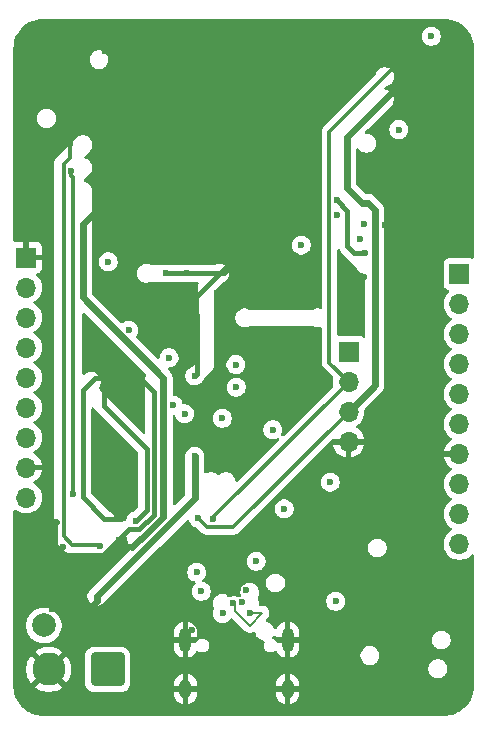
<source format=gbr>
%TF.GenerationSoftware,KiCad,Pcbnew,9.0.0*%
%TF.CreationDate,2025-04-10T21:45:59-06:00*%
%TF.ProjectId,esp32,65737033-322e-46b6-9963-61645f706362,rev?*%
%TF.SameCoordinates,Original*%
%TF.FileFunction,Copper,L2,Inr*%
%TF.FilePolarity,Positive*%
%FSLAX46Y46*%
G04 Gerber Fmt 4.6, Leading zero omitted, Abs format (unit mm)*
G04 Created by KiCad (PCBNEW 9.0.0) date 2025-04-10 21:45:59*
%MOMM*%
%LPD*%
G01*
G04 APERTURE LIST*
G04 Aperture macros list*
%AMRoundRect*
0 Rectangle with rounded corners*
0 $1 Rounding radius*
0 $2 $3 $4 $5 $6 $7 $8 $9 X,Y pos of 4 corners*
0 Add a 4 corners polygon primitive as box body*
4,1,4,$2,$3,$4,$5,$6,$7,$8,$9,$2,$3,0*
0 Add four circle primitives for the rounded corners*
1,1,$1+$1,$2,$3*
1,1,$1+$1,$4,$5*
1,1,$1+$1,$6,$7*
1,1,$1+$1,$8,$9*
0 Add four rect primitives between the rounded corners*
20,1,$1+$1,$2,$3,$4,$5,0*
20,1,$1+$1,$4,$5,$6,$7,0*
20,1,$1+$1,$6,$7,$8,$9,0*
20,1,$1+$1,$8,$9,$2,$3,0*%
G04 Aperture macros list end*
%TA.AperFunction,ComponentPad*%
%ADD10R,1.700000X1.700000*%
%TD*%
%TA.AperFunction,ComponentPad*%
%ADD11O,1.700000X1.700000*%
%TD*%
%TA.AperFunction,HeatsinkPad*%
%ADD12O,1.000000X2.100000*%
%TD*%
%TA.AperFunction,HeatsinkPad*%
%ADD13O,1.000000X1.600000*%
%TD*%
%TA.AperFunction,ComponentPad*%
%ADD14RoundRect,0.250001X1.149999X1.149999X-1.149999X1.149999X-1.149999X-1.149999X1.149999X-1.149999X0*%
%TD*%
%TA.AperFunction,ComponentPad*%
%ADD15C,2.800000*%
%TD*%
%TA.AperFunction,HeatsinkPad*%
%ADD16C,0.600000*%
%TD*%
%TA.AperFunction,ViaPad*%
%ADD17C,0.600000*%
%TD*%
%TA.AperFunction,ViaPad*%
%ADD18C,2.000000*%
%TD*%
%TA.AperFunction,Conductor*%
%ADD19C,0.300000*%
%TD*%
%TA.AperFunction,Conductor*%
%ADD20C,0.400000*%
%TD*%
%TA.AperFunction,Conductor*%
%ADD21C,0.600000*%
%TD*%
%TA.AperFunction,Conductor*%
%ADD22C,0.200000*%
%TD*%
G04 APERTURE END LIST*
D10*
%TO.N,Red_LED*%
%TO.C,J2*%
X95470000Y-87420000D03*
D11*
%TO.N,Green_LED*%
X95470000Y-89960000D03*
%TO.N,Blue_LED*%
X95470000Y-92500000D03*
%TO.N,CoolWhite_LED*%
X95470000Y-95040000D03*
%TO.N,WarmWhite_LED*%
X95470000Y-97580000D03*
%TO.N,VOUT*%
X95470000Y-100120000D03*
%TO.N,GND*%
X95470000Y-102660000D03*
%TO.N,IO19*%
X95470000Y-105200000D03*
%TO.N,IO34*%
X95470000Y-107740000D03*
%TO.N,IO15*%
X95470000Y-110280000D03*
%TD*%
D12*
%TO.N,GND*%
%TO.C,J4*%
X72270000Y-118380000D03*
D13*
X72270000Y-122560000D03*
D12*
X80910000Y-118380000D03*
D13*
X80910000Y-122560000D03*
%TD*%
D10*
%TO.N,GND*%
%TO.C,J1*%
X58765000Y-86030000D03*
D11*
%TO.N,Net-(J18-Pin_2)*%
X58765000Y-88570000D03*
%TO.N,Net-(J18-Pin_3)*%
X58765000Y-91110000D03*
%TO.N,+3V3*%
X58765000Y-93650000D03*
%TO.N,SCK*%
X58765000Y-96190000D03*
%TO.N,SD0*%
X58765000Y-98730000D03*
%TO.N,IO4*%
X58765000Y-101270000D03*
%TO.N,GND*%
X58765000Y-103810000D03*
%TO.N,VOUT*%
X58765000Y-106350000D03*
%TD*%
D14*
%TO.N,Net-(J2-Pin_1)*%
%TO.C,J5*%
X65695000Y-120905000D03*
D15*
%TO.N,GND*%
X60695000Y-120905000D03*
%TD*%
D16*
%TO.N,GND*%
%TO.C,U1*%
X74160000Y-73797500D03*
X74160000Y-75322500D03*
X74922500Y-73035000D03*
X74922500Y-74560000D03*
X74922500Y-76085000D03*
X75685000Y-73797500D03*
X75685000Y-75322500D03*
X76447500Y-73035000D03*
X76447500Y-74560000D03*
X76447500Y-76085000D03*
X77210000Y-73797500D03*
X77210000Y-75322500D03*
%TD*%
D10*
%TO.N,+3V3*%
%TO.C,J3*%
X86075000Y-93995000D03*
D11*
%TO.N,TXD*%
X86075000Y-96535000D03*
%TO.N,RXD*%
X86075000Y-99075000D03*
%TO.N,GND*%
X86075000Y-101615000D03*
%TD*%
D17*
%TO.N,VBUS*%
X78604000Y-119131000D03*
%TO.N,GND*%
X91890000Y-73705000D03*
%TO.N,IO33*%
X62600000Y-78720000D03*
%TO.N,BOOT*%
X72395000Y-87365000D03*
%TO.N,RXD*%
X90225000Y-71460000D03*
%TO.N,+5V*%
X84997893Y-115127893D03*
%TO.N,TXD*%
X90215000Y-69515000D03*
X74604997Y-108205209D03*
%TO.N,GND*%
X68930000Y-67180000D03*
X69575000Y-85520000D03*
X62855000Y-115770000D03*
X76030735Y-114519265D03*
X85655000Y-118025000D03*
X84420000Y-110995000D03*
X89155000Y-83255000D03*
X91197500Y-113310000D03*
X72835000Y-117563899D03*
X60975000Y-115780000D03*
X61883186Y-110508186D03*
X87375000Y-79530000D03*
X62520000Y-72755000D03*
X65810000Y-101985000D03*
X66210000Y-88735000D03*
X67720000Y-90695000D03*
X82835000Y-67265000D03*
X90100000Y-67810000D03*
X89545000Y-89165000D03*
X72515000Y-91160000D03*
X83140000Y-86360000D03*
X84070000Y-113225000D03*
X80045000Y-116720000D03*
X87405000Y-87700000D03*
X66935000Y-97535000D03*
X77500000Y-86425000D03*
X72465000Y-108715000D03*
X63755000Y-67365000D03*
%TO.N,+3V3*%
X60490000Y-75705000D03*
X92450000Y-118975000D03*
X86485000Y-119790000D03*
X84524000Y-105043844D03*
D18*
%TO.N,VOUT*%
X60285000Y-117185000D03*
D17*
%TO.N,+5V*%
X64060000Y-115835000D03*
X67485829Y-92184171D03*
X73065001Y-102845001D03*
X88481814Y-109588186D03*
%TO.N,Net-(D1-A)*%
X79665000Y-100610000D03*
X80630000Y-107315000D03*
%TO.N,Net-(D1-K)*%
X75395000Y-99650000D03*
X70880000Y-94525000D03*
%TO.N,DTR*%
X76540000Y-95095000D03*
X75795355Y-103779595D03*
%TO.N,RTS*%
X76575000Y-97005000D03*
X74510000Y-103545000D03*
%TO.N,VBUS*%
X81185000Y-113965000D03*
X77428527Y-114220000D03*
X73610000Y-114295000D03*
%TO.N,USB_D-*%
X75408972Y-116165000D03*
X77054294Y-115158725D03*
%TO.N,USB_D+*%
X76270000Y-115316471D03*
X77747553Y-116122553D03*
%TO.N,CC2*%
X78252577Y-111748984D03*
X72201971Y-99266971D03*
%TO.N,CC1*%
X73215000Y-112680000D03*
X71230000Y-98545000D03*
%TO.N,Net-(JP2-A)*%
X62465000Y-76385000D03*
X65038207Y-110433207D03*
%TO.N,RESET*%
X77435000Y-92385000D03*
X65491974Y-68539252D03*
X79940000Y-93195000D03*
%TO.N,BOOT*%
X70610000Y-87365000D03*
X79825000Y-83355000D03*
X73047500Y-96055000D03*
X87067500Y-84450000D03*
%TO.N,IO2*%
X65725000Y-86400000D03*
X82085000Y-84980000D03*
%TO.N,IO4*%
X85115000Y-82460000D03*
%TO.N,CFG1*%
X68485002Y-96335000D03*
X61299000Y-108385000D03*
%TO.N,IO33*%
X62750000Y-106035000D03*
%TO.N,CFG2*%
X65385000Y-96199125D03*
X66817498Y-108150000D03*
%TO.N,CFG3*%
X65385000Y-97199125D03*
X68067500Y-108310000D03*
%TO.N,IO26*%
X65196000Y-81565000D03*
X67760000Y-110550000D03*
%TO.N,IO23*%
X93090000Y-67297500D03*
%TO.N,IO21*%
X90331290Y-75196290D03*
%TO.N,IO18*%
X88301000Y-77660000D03*
%TO.N,IO17*%
X87395000Y-83225000D03*
%TO.N,IO16*%
X85115000Y-81190000D03*
X87501000Y-85669880D03*
%TO.N,RXD*%
X73363630Y-108114999D03*
%TO.N,+3V3*%
X92450000Y-118975000D03*
%TD*%
D19*
%TO.N,IO33*%
X62750000Y-79250000D02*
X62600000Y-79100000D01*
X62750000Y-106035000D02*
X62750000Y-79250000D01*
X62600000Y-79100000D02*
X62600000Y-78720000D01*
D20*
%TO.N,CFG2*%
X66817498Y-108150000D02*
X65400000Y-108150000D01*
X63596500Y-106346500D02*
X63596500Y-97236000D01*
X65400000Y-108150000D02*
X63596500Y-106346500D01*
X63596500Y-97236000D02*
X64633375Y-96199125D01*
X64633375Y-96199125D02*
X65385000Y-96199125D01*
%TO.N,CFG1*%
X69572500Y-97422498D02*
X68485002Y-96335000D01*
X61398000Y-108385000D02*
X61182186Y-108600814D01*
X61182186Y-108600814D02*
X61182186Y-110798550D01*
X61182186Y-110798550D02*
X61592822Y-111209186D01*
X67451778Y-109011000D02*
X68357864Y-109011000D01*
X65253592Y-111209186D02*
X67451778Y-109011000D01*
X68357864Y-109011000D02*
X69572500Y-107796364D01*
X61592822Y-111209186D02*
X65253592Y-111209186D01*
X61299000Y-108385000D02*
X61398000Y-108385000D01*
X69572500Y-107796364D02*
X69572500Y-97422498D01*
D19*
%TO.N,Net-(JP2-A)*%
X65038207Y-110433207D02*
X64951000Y-110346000D01*
X64951000Y-110346000D02*
X62683214Y-110346000D01*
X61949000Y-109611786D02*
X61949000Y-78133500D01*
X62683214Y-110346000D02*
X61949000Y-109611786D01*
X61949000Y-78133500D02*
X62465000Y-77617500D01*
X62465000Y-77617500D02*
X62465000Y-76385000D01*
D21*
%TO.N,IO26*%
X67760000Y-110550000D02*
X68455000Y-109855000D01*
X70373500Y-96203214D02*
X63560000Y-89389714D01*
X68455000Y-109855000D02*
X68505228Y-109855000D01*
X68505228Y-109855000D02*
X70373500Y-107986728D01*
X70373500Y-107986728D02*
X70373500Y-96203214D01*
X63560000Y-89389714D02*
X63560000Y-83201000D01*
X63560000Y-83201000D02*
X65196000Y-81565000D01*
%TO.N,+5V*%
X64060000Y-115835000D02*
X64798014Y-115096986D01*
X64798014Y-115096986D02*
X64798014Y-114695000D01*
X64798014Y-114695000D02*
X73065001Y-106428013D01*
X73065001Y-106428013D02*
X73065001Y-102845001D01*
D22*
%TO.N,USB_D+*%
X76270000Y-115316471D02*
X76461471Y-115316471D01*
X78782447Y-116122553D02*
X77747553Y-116122553D01*
X76461471Y-115316471D02*
X76461471Y-115951471D01*
X76461471Y-115951471D02*
X77707500Y-117197500D01*
X77707500Y-117197500D02*
X78782447Y-116122553D01*
D20*
%TO.N,IO16*%
X87501000Y-85669880D02*
X86569880Y-85669880D01*
X86569880Y-85669880D02*
X85980000Y-85080000D01*
X85980000Y-82055000D02*
X85115000Y-81190000D01*
X85980000Y-85080000D02*
X85980000Y-82055000D01*
D19*
%TO.N,TXD*%
X90215000Y-69515000D02*
X90215000Y-69640000D01*
X84464000Y-75391000D02*
X84464000Y-94924000D01*
X90215000Y-69640000D02*
X84464000Y-75391000D01*
X84464000Y-94924000D02*
X86075000Y-96535000D01*
D21*
%TO.N,RXD*%
X90225000Y-71460000D02*
X90225000Y-71505000D01*
X85916000Y-75814000D02*
X85916000Y-80151000D01*
X85916000Y-80151000D02*
X87215000Y-81450000D01*
X90225000Y-71505000D02*
X85916000Y-75814000D01*
X88301000Y-96849000D02*
X86075000Y-99075000D01*
X87215000Y-81450000D02*
X87741000Y-81450000D01*
X87741000Y-81450000D02*
X88301000Y-82010000D01*
X88301000Y-82010000D02*
X88301000Y-96849000D01*
D20*
%TO.N,CFG3*%
X65385000Y-97199125D02*
X65385000Y-98622500D01*
X65385000Y-98622500D02*
X68971500Y-102209000D01*
X68971500Y-102209000D02*
X68971500Y-107406000D01*
X68971500Y-107406000D02*
X68067500Y-108310000D01*
%TO.N,BOOT*%
X70610000Y-87365000D02*
X72395000Y-87365000D01*
X79825000Y-83355000D02*
X79184000Y-83355000D01*
X79184000Y-83355000D02*
X73190000Y-89349000D01*
X73216000Y-95886500D02*
X73047500Y-96055000D01*
X73216000Y-90869636D02*
X73216000Y-95886500D01*
X73190000Y-90843636D02*
X73216000Y-90869636D01*
X73190000Y-89349000D02*
X73190000Y-90843636D01*
X72395000Y-87365000D02*
X75568636Y-87365000D01*
X79578636Y-83355000D02*
X79825000Y-83355000D01*
X75568636Y-87365000D02*
X79578636Y-83355000D01*
%TO.N,RESET*%
X77435000Y-92385000D02*
X79130000Y-92385000D01*
X79130000Y-92385000D02*
X79940000Y-93195000D01*
D19*
%TO.N,RXD*%
X73363630Y-108114999D02*
X74104840Y-108856209D01*
X74104840Y-108856209D02*
X76293791Y-108856209D01*
X76293791Y-108856209D02*
X86075000Y-99075000D01*
%TO.N,TXD*%
X74604997Y-108205209D02*
X74604997Y-108005003D01*
X74604997Y-108005003D02*
X86075000Y-96535000D01*
%TD*%
%TA.AperFunction,Conductor*%
%TO.N,GND*%
G36*
X79868863Y-118040510D02*
G01*
X79905582Y-118099953D01*
X79909570Y-118129570D01*
X79910000Y-118130000D01*
X80610000Y-118130000D01*
X80610000Y-118630000D01*
X80071784Y-118630000D01*
X80004745Y-118610315D01*
X79978079Y-118587211D01*
X79970319Y-118578257D01*
X79940515Y-118526635D01*
X79833365Y-118419485D01*
X79702135Y-118343719D01*
X79679345Y-118337612D01*
X79665785Y-118330004D01*
X79651795Y-118315688D01*
X79634706Y-118305272D01*
X79627876Y-118291211D01*
X79616952Y-118280033D01*
X79612922Y-118260427D01*
X79604178Y-118242425D01*
X79606033Y-118226905D01*
X79602887Y-118211594D01*
X79610096Y-118192923D01*
X79612473Y-118173049D01*
X79623355Y-118152978D01*
X79682898Y-118063867D01*
X79736511Y-118019062D01*
X79805836Y-118010355D01*
X79868863Y-118040510D01*
G37*
%TD.AperFunction*%
%TA.AperFunction,Conductor*%
G36*
X64502203Y-98730806D02*
G01*
X64508681Y-98736838D01*
X68234681Y-102462838D01*
X68268166Y-102524161D01*
X68271000Y-102550519D01*
X68271000Y-107064480D01*
X68251315Y-107131519D01*
X68234681Y-107152161D01*
X67872912Y-107513929D01*
X67832684Y-107540809D01*
X67688323Y-107600604D01*
X67688314Y-107600609D01*
X67557211Y-107688210D01*
X67557207Y-107688213D01*
X67445713Y-107799707D01*
X67445710Y-107799711D01*
X67358109Y-107930814D01*
X67358102Y-107930827D01*
X67297764Y-108076498D01*
X67297761Y-108076510D01*
X67271071Y-108210691D01*
X67238686Y-108272602D01*
X67177971Y-108307176D01*
X67149454Y-108310500D01*
X66424500Y-108310500D01*
X66357461Y-108290815D01*
X66311706Y-108238011D01*
X66300500Y-108186500D01*
X66300500Y-108171155D01*
X66300499Y-108171153D01*
X66283310Y-108084738D01*
X66269737Y-108016503D01*
X66236719Y-107936789D01*
X66209397Y-107870827D01*
X66209390Y-107870814D01*
X66121789Y-107739711D01*
X66121786Y-107739707D01*
X66010292Y-107628213D01*
X66010288Y-107628210D01*
X65879185Y-107540609D01*
X65879172Y-107540602D01*
X65734814Y-107480808D01*
X65694585Y-107453928D01*
X64333319Y-106092662D01*
X64299834Y-106031339D01*
X64297000Y-106004981D01*
X64297000Y-98824519D01*
X64316685Y-98757480D01*
X64369489Y-98711725D01*
X64438647Y-98701781D01*
X64502203Y-98730806D01*
G37*
%TD.AperFunction*%
%TA.AperFunction,Conductor*%
G36*
X63755703Y-90717941D02*
G01*
X63762181Y-90723973D01*
X68923696Y-95885488D01*
X68957181Y-95946811D01*
X68952197Y-96016503D01*
X68939118Y-96042059D01*
X68863108Y-96155816D01*
X68863102Y-96155827D01*
X68802764Y-96301498D01*
X68802761Y-96301510D01*
X68772000Y-96456153D01*
X68772000Y-96613846D01*
X68802761Y-96768489D01*
X68802764Y-96768501D01*
X68862561Y-96912864D01*
X68872000Y-96960316D01*
X68872000Y-100819481D01*
X68852315Y-100886520D01*
X68799511Y-100932275D01*
X68730353Y-100942219D01*
X68666797Y-100913194D01*
X68660319Y-100907162D01*
X65093571Y-97340414D01*
X65091351Y-97337299D01*
X65089556Y-97336207D01*
X65081269Y-97323151D01*
X65069753Y-97306992D01*
X65067344Y-97302042D01*
X65067237Y-97301503D01*
X65006894Y-97155821D01*
X64967492Y-97096853D01*
X64963797Y-97089259D01*
X64959330Y-97062809D01*
X64951316Y-97037215D01*
X64953601Y-97028883D01*
X64952163Y-97020365D01*
X64962704Y-96995700D01*
X64969800Y-96969835D01*
X64972176Y-96966136D01*
X65006894Y-96914179D01*
X65067237Y-96768497D01*
X65098000Y-96613842D01*
X65098000Y-96456158D01*
X65098000Y-96456155D01*
X65097999Y-96456153D01*
X65083490Y-96383211D01*
X65067237Y-96301503D01*
X65067235Y-96301498D01*
X65006897Y-96155827D01*
X65006890Y-96155814D01*
X64919289Y-96024711D01*
X64919286Y-96024707D01*
X64807792Y-95913213D01*
X64807788Y-95913210D01*
X64676685Y-95825609D01*
X64676672Y-95825602D01*
X64531001Y-95765264D01*
X64530989Y-95765261D01*
X64376345Y-95734500D01*
X64376342Y-95734500D01*
X64218658Y-95734500D01*
X64218655Y-95734500D01*
X64064010Y-95765261D01*
X64063998Y-95765264D01*
X63918327Y-95825602D01*
X63918314Y-95825609D01*
X63787211Y-95913210D01*
X63787207Y-95913213D01*
X63762181Y-95938240D01*
X63700858Y-95971725D01*
X63631166Y-95966741D01*
X63575233Y-95924869D01*
X63550816Y-95859405D01*
X63550500Y-95850559D01*
X63550500Y-90811654D01*
X63570185Y-90744615D01*
X63622989Y-90698860D01*
X63692147Y-90688916D01*
X63755703Y-90717941D01*
G37*
%TD.AperFunction*%
%TA.AperFunction,Conductor*%
G36*
X85266398Y-85326326D02*
G01*
X85277660Y-85326729D01*
X85297609Y-85340580D01*
X85319703Y-85350670D01*
X85327284Y-85361183D01*
X85335052Y-85366577D01*
X85353061Y-85396931D01*
X85359222Y-85411807D01*
X85435887Y-85526545D01*
X85435888Y-85526546D01*
X86703928Y-86794585D01*
X86730808Y-86834814D01*
X86790602Y-86979172D01*
X86790609Y-86979185D01*
X86878210Y-87110288D01*
X86878213Y-87110292D01*
X86989707Y-87221786D01*
X86989711Y-87221789D01*
X87120814Y-87309390D01*
X87120827Y-87309397D01*
X87266498Y-87369735D01*
X87266503Y-87369737D01*
X87360645Y-87388463D01*
X87400691Y-87396429D01*
X87462602Y-87428814D01*
X87497176Y-87489529D01*
X87500500Y-87518046D01*
X87500500Y-92706046D01*
X87480815Y-92773085D01*
X87428011Y-92818840D01*
X87358853Y-92828784D01*
X87295297Y-92799759D01*
X87288819Y-92793727D01*
X87282544Y-92787452D01*
X87167335Y-92701206D01*
X87167328Y-92701202D01*
X87032482Y-92650908D01*
X87032483Y-92650908D01*
X86972883Y-92644501D01*
X86972881Y-92644500D01*
X86972873Y-92644500D01*
X86972865Y-92644500D01*
X85238500Y-92644500D01*
X85171461Y-92624815D01*
X85125706Y-92572011D01*
X85114500Y-92520500D01*
X85114500Y-85444383D01*
X85117674Y-85433571D01*
X85116470Y-85422366D01*
X85127343Y-85400644D01*
X85134185Y-85377344D01*
X85142699Y-85369965D01*
X85147745Y-85359887D01*
X85168635Y-85347492D01*
X85186989Y-85331589D01*
X85198143Y-85329985D01*
X85207835Y-85324235D01*
X85232105Y-85325101D01*
X85256147Y-85321645D01*
X85266398Y-85326326D01*
G37*
%TD.AperFunction*%
%TA.AperFunction,Conductor*%
G36*
X94203736Y-65825726D02*
G01*
X94493796Y-65843271D01*
X94508659Y-65845076D01*
X94790798Y-65896780D01*
X94805335Y-65900363D01*
X95079172Y-65985695D01*
X95093163Y-65991000D01*
X95354743Y-66108727D01*
X95367989Y-66115680D01*
X95613465Y-66264075D01*
X95625776Y-66272573D01*
X95851573Y-66449473D01*
X95862781Y-66459403D01*
X96065596Y-66662218D01*
X96075526Y-66673426D01*
X96077316Y-66675711D01*
X96195481Y-66826538D01*
X96252422Y-66899217D01*
X96260928Y-66911540D01*
X96409316Y-67157004D01*
X96416275Y-67170263D01*
X96533997Y-67431831D01*
X96539306Y-67445832D01*
X96624635Y-67719663D01*
X96628219Y-67734201D01*
X96679923Y-68016340D01*
X96681728Y-68031205D01*
X96699274Y-68321263D01*
X96699500Y-68328750D01*
X96699500Y-85998771D01*
X96679815Y-86065810D01*
X96627011Y-86111565D01*
X96557853Y-86121509D01*
X96532167Y-86114953D01*
X96427482Y-86075908D01*
X96427483Y-86075908D01*
X96367883Y-86069501D01*
X96367881Y-86069500D01*
X96367873Y-86069500D01*
X96367864Y-86069500D01*
X94572129Y-86069500D01*
X94572123Y-86069501D01*
X94512516Y-86075908D01*
X94377671Y-86126202D01*
X94377664Y-86126206D01*
X94262455Y-86212452D01*
X94262452Y-86212455D01*
X94176206Y-86327664D01*
X94176202Y-86327671D01*
X94125908Y-86462517D01*
X94119501Y-86522116D01*
X94119500Y-86522135D01*
X94119500Y-88317870D01*
X94119501Y-88317876D01*
X94125908Y-88377483D01*
X94176202Y-88512328D01*
X94176206Y-88512335D01*
X94262452Y-88627544D01*
X94262455Y-88627547D01*
X94377664Y-88713793D01*
X94377671Y-88713797D01*
X94509082Y-88762810D01*
X94565016Y-88804681D01*
X94589433Y-88870145D01*
X94574582Y-88938418D01*
X94553431Y-88966673D01*
X94439889Y-89080215D01*
X94314951Y-89252179D01*
X94218444Y-89441585D01*
X94152753Y-89643760D01*
X94131572Y-89777491D01*
X94119500Y-89853713D01*
X94119500Y-90066287D01*
X94123973Y-90094527D01*
X94147404Y-90242468D01*
X94152754Y-90276243D01*
X94207424Y-90444500D01*
X94218444Y-90478414D01*
X94314951Y-90667820D01*
X94439890Y-90839786D01*
X94590213Y-90990109D01*
X94762182Y-91115050D01*
X94770946Y-91119516D01*
X94821742Y-91167491D01*
X94838536Y-91235312D01*
X94815998Y-91301447D01*
X94770946Y-91340484D01*
X94762182Y-91344949D01*
X94590213Y-91469890D01*
X94439890Y-91620213D01*
X94314951Y-91792179D01*
X94218444Y-91981585D01*
X94152753Y-92183760D01*
X94131572Y-92317491D01*
X94119500Y-92393713D01*
X94119500Y-92606287D01*
X94126746Y-92652034D01*
X94149187Y-92793727D01*
X94152754Y-92816243D01*
X94193673Y-92942179D01*
X94218444Y-93018414D01*
X94314951Y-93207820D01*
X94439890Y-93379786D01*
X94590213Y-93530109D01*
X94762182Y-93655050D01*
X94770946Y-93659516D01*
X94821742Y-93707491D01*
X94838536Y-93775312D01*
X94815998Y-93841447D01*
X94770946Y-93880484D01*
X94762182Y-93884949D01*
X94590213Y-94009890D01*
X94439890Y-94160213D01*
X94314951Y-94332179D01*
X94218444Y-94521585D01*
X94152753Y-94723760D01*
X94131572Y-94857491D01*
X94119500Y-94933713D01*
X94119500Y-95146287D01*
X94123973Y-95174527D01*
X94152513Y-95354725D01*
X94152754Y-95356243D01*
X94213991Y-95544711D01*
X94218444Y-95558414D01*
X94314951Y-95747820D01*
X94439890Y-95919786D01*
X94590213Y-96070109D01*
X94762182Y-96195050D01*
X94770946Y-96199516D01*
X94821742Y-96247491D01*
X94838536Y-96315312D01*
X94815998Y-96381447D01*
X94770946Y-96420484D01*
X94762182Y-96424949D01*
X94590213Y-96549890D01*
X94439890Y-96700213D01*
X94314951Y-96872179D01*
X94218444Y-97061585D01*
X94152753Y-97263760D01*
X94131572Y-97397491D01*
X94119500Y-97473713D01*
X94119500Y-97686287D01*
X94123951Y-97714390D01*
X94145463Y-97850213D01*
X94152754Y-97896243D01*
X94197745Y-98034711D01*
X94218444Y-98098414D01*
X94314951Y-98287820D01*
X94439890Y-98459786D01*
X94590213Y-98610109D01*
X94762182Y-98735050D01*
X94770946Y-98739516D01*
X94821742Y-98787491D01*
X94838536Y-98855312D01*
X94815998Y-98921447D01*
X94770946Y-98960484D01*
X94762182Y-98964949D01*
X94590213Y-99089890D01*
X94439890Y-99240213D01*
X94314951Y-99412179D01*
X94218444Y-99601585D01*
X94152753Y-99803760D01*
X94131572Y-99937491D01*
X94119500Y-100013713D01*
X94119500Y-100226287D01*
X94123973Y-100254527D01*
X94150139Y-100419737D01*
X94152754Y-100436243D01*
X94193673Y-100562179D01*
X94218444Y-100638414D01*
X94314951Y-100827820D01*
X94439890Y-100999786D01*
X94590213Y-101150109D01*
X94762179Y-101275048D01*
X94762181Y-101275049D01*
X94762184Y-101275051D01*
X94771493Y-101279794D01*
X94822290Y-101327766D01*
X94839087Y-101395587D01*
X94816552Y-101461722D01*
X94771502Y-101500762D01*
X94762443Y-101505378D01*
X94590540Y-101630272D01*
X94590535Y-101630276D01*
X94440276Y-101780535D01*
X94440272Y-101780540D01*
X94315379Y-101952442D01*
X94218904Y-102141782D01*
X94153242Y-102343870D01*
X94153242Y-102343873D01*
X94142769Y-102410000D01*
X95036988Y-102410000D01*
X95004075Y-102467007D01*
X94970000Y-102594174D01*
X94970000Y-102725826D01*
X95004075Y-102852993D01*
X95036988Y-102910000D01*
X94142769Y-102910000D01*
X94153242Y-102976126D01*
X94153242Y-102976129D01*
X94218904Y-103178217D01*
X94315379Y-103367557D01*
X94440272Y-103539459D01*
X94440276Y-103539464D01*
X94590535Y-103689723D01*
X94590540Y-103689727D01*
X94762444Y-103814622D01*
X94771495Y-103819234D01*
X94822292Y-103867208D01*
X94839087Y-103935029D01*
X94816550Y-104001164D01*
X94771499Y-104040202D01*
X94762182Y-104044949D01*
X94590213Y-104169890D01*
X94439890Y-104320213D01*
X94314951Y-104492179D01*
X94218444Y-104681585D01*
X94152753Y-104883760D01*
X94138020Y-104976782D01*
X94119500Y-105093713D01*
X94119500Y-105306287D01*
X94129534Y-105369644D01*
X94145463Y-105470213D01*
X94152754Y-105516243D01*
X94217138Y-105714397D01*
X94218444Y-105718414D01*
X94314951Y-105907820D01*
X94439890Y-106079786D01*
X94590213Y-106230109D01*
X94762182Y-106355050D01*
X94770946Y-106359516D01*
X94821742Y-106407491D01*
X94838536Y-106475312D01*
X94815998Y-106541447D01*
X94770946Y-106580484D01*
X94762182Y-106584949D01*
X94590213Y-106709890D01*
X94439890Y-106860213D01*
X94314951Y-107032179D01*
X94218444Y-107221585D01*
X94152753Y-107423760D01*
X94119500Y-107633713D01*
X94119500Y-107846286D01*
X94151830Y-108050414D01*
X94152754Y-108056243D01*
X94211814Y-108238011D01*
X94218444Y-108258414D01*
X94314951Y-108447820D01*
X94439890Y-108619786D01*
X94590213Y-108770109D01*
X94762182Y-108895050D01*
X94770946Y-108899516D01*
X94821742Y-108947491D01*
X94838536Y-109015312D01*
X94815998Y-109081447D01*
X94770946Y-109120484D01*
X94762182Y-109124949D01*
X94590213Y-109249890D01*
X94439890Y-109400213D01*
X94314951Y-109572179D01*
X94218444Y-109761585D01*
X94152753Y-109963760D01*
X94132998Y-110088489D01*
X94119500Y-110173713D01*
X94119500Y-110386287D01*
X94119844Y-110388460D01*
X94149134Y-110573391D01*
X94152754Y-110596243D01*
X94186726Y-110700799D01*
X94218444Y-110798414D01*
X94314951Y-110987820D01*
X94439890Y-111159786D01*
X94590213Y-111310109D01*
X94762179Y-111435048D01*
X94762181Y-111435049D01*
X94762184Y-111435051D01*
X94951588Y-111531557D01*
X95153757Y-111597246D01*
X95363713Y-111630500D01*
X95363714Y-111630500D01*
X95576286Y-111630500D01*
X95576287Y-111630500D01*
X95786243Y-111597246D01*
X95988412Y-111531557D01*
X96177816Y-111435051D01*
X96320544Y-111331354D01*
X96349786Y-111310109D01*
X96349788Y-111310106D01*
X96349792Y-111310104D01*
X96487819Y-111172077D01*
X96549142Y-111138592D01*
X96618834Y-111143576D01*
X96674767Y-111185448D01*
X96699184Y-111250912D01*
X96699500Y-111259758D01*
X96699500Y-122321249D01*
X96699274Y-122328736D01*
X96681728Y-122618794D01*
X96679923Y-122633659D01*
X96628219Y-122915798D01*
X96624635Y-122930336D01*
X96539306Y-123204167D01*
X96533997Y-123218168D01*
X96416275Y-123479736D01*
X96409316Y-123492995D01*
X96260928Y-123738459D01*
X96252422Y-123750782D01*
X96075526Y-123976573D01*
X96065596Y-123987781D01*
X95862781Y-124190596D01*
X95851573Y-124200526D01*
X95625782Y-124377422D01*
X95613459Y-124385928D01*
X95367995Y-124534316D01*
X95354736Y-124541275D01*
X95093168Y-124658997D01*
X95079167Y-124664306D01*
X94805336Y-124749635D01*
X94790798Y-124753219D01*
X94508659Y-124804923D01*
X94493794Y-124806728D01*
X94203736Y-124824274D01*
X94196249Y-124824500D01*
X60203751Y-124824500D01*
X60196264Y-124824274D01*
X59906205Y-124806728D01*
X59891340Y-124804923D01*
X59609201Y-124753219D01*
X59594663Y-124749635D01*
X59320832Y-124664306D01*
X59306831Y-124658997D01*
X59045263Y-124541275D01*
X59032004Y-124534316D01*
X58786540Y-124385928D01*
X58774217Y-124377422D01*
X58548426Y-124200526D01*
X58537218Y-124190596D01*
X58334403Y-123987781D01*
X58324473Y-123976573D01*
X58147573Y-123750776D01*
X58139075Y-123738465D01*
X57990680Y-123492989D01*
X57983727Y-123479743D01*
X57866000Y-123218163D01*
X57860693Y-123204167D01*
X57844341Y-123151693D01*
X57775363Y-122930335D01*
X57771780Y-122915798D01*
X57751567Y-122805499D01*
X57720075Y-122633657D01*
X57718271Y-122618794D01*
X57703411Y-122373133D01*
X57703411Y-122373131D01*
X57700726Y-122328734D01*
X57700500Y-122321249D01*
X57700500Y-120780466D01*
X58795000Y-120780466D01*
X58795000Y-121029533D01*
X58827508Y-121276463D01*
X58891973Y-121517049D01*
X58987283Y-121747148D01*
X58987288Y-121747159D01*
X59111813Y-121962841D01*
X59111819Y-121962849D01*
X59186400Y-122060045D01*
X60093958Y-121152487D01*
X60118978Y-121212890D01*
X60190112Y-121319351D01*
X60280649Y-121409888D01*
X60387110Y-121481022D01*
X60447511Y-121506041D01*
X59539953Y-122413598D01*
X59637150Y-122488180D01*
X59637158Y-122488186D01*
X59852840Y-122612711D01*
X59852851Y-122612716D01*
X60082950Y-122708026D01*
X60323536Y-122772491D01*
X60570466Y-122805000D01*
X60819534Y-122805000D01*
X61066463Y-122772491D01*
X61307049Y-122708026D01*
X61537148Y-122612716D01*
X61537159Y-122612711D01*
X61752855Y-122488178D01*
X61850045Y-122413600D01*
X61850045Y-122413597D01*
X60942488Y-121506041D01*
X61002890Y-121481022D01*
X61109351Y-121409888D01*
X61199888Y-121319351D01*
X61271022Y-121212890D01*
X61296041Y-121152488D01*
X62203597Y-122060045D01*
X62203600Y-122060045D01*
X62278178Y-121962855D01*
X62402711Y-121747159D01*
X62402716Y-121747148D01*
X62498026Y-121517049D01*
X62562491Y-121276463D01*
X62595000Y-121029533D01*
X62595000Y-120780466D01*
X62562491Y-120533536D01*
X62498026Y-120292950D01*
X62402716Y-120062851D01*
X62402711Y-120062840D01*
X62278186Y-119847158D01*
X62278174Y-119847140D01*
X62224600Y-119777322D01*
X62224599Y-119777321D01*
X62203598Y-119749953D01*
X61296041Y-120657510D01*
X61271022Y-120597110D01*
X61199888Y-120490649D01*
X61109351Y-120400112D01*
X61002890Y-120328978D01*
X60942487Y-120303957D01*
X61541461Y-119704984D01*
X63794500Y-119704984D01*
X63794500Y-122105015D01*
X63805000Y-122207795D01*
X63805001Y-122207796D01*
X63860186Y-122374335D01*
X63860187Y-122374337D01*
X63952286Y-122523651D01*
X63952289Y-122523655D01*
X64076344Y-122647710D01*
X64076348Y-122647713D01*
X64225662Y-122739812D01*
X64225664Y-122739813D01*
X64225666Y-122739814D01*
X64392203Y-122794999D01*
X64494992Y-122805500D01*
X64494997Y-122805500D01*
X66895003Y-122805500D01*
X66895008Y-122805500D01*
X66997797Y-122794999D01*
X67164334Y-122739814D01*
X67215870Y-122708026D01*
X67304919Y-122653100D01*
X67309557Y-122650238D01*
X67313655Y-122647711D01*
X67437711Y-122523655D01*
X67529814Y-122374334D01*
X67584999Y-122207797D01*
X67589728Y-122161504D01*
X71270000Y-122161504D01*
X71270000Y-122310000D01*
X71970000Y-122310000D01*
X71970000Y-122810000D01*
X71270000Y-122810000D01*
X71270000Y-122958495D01*
X71308427Y-123151681D01*
X71308430Y-123151693D01*
X71383807Y-123333671D01*
X71383814Y-123333684D01*
X71493248Y-123497462D01*
X71493251Y-123497466D01*
X71632533Y-123636748D01*
X71632537Y-123636751D01*
X71796315Y-123746185D01*
X71796328Y-123746192D01*
X71978308Y-123821569D01*
X72020000Y-123829862D01*
X72020000Y-123026988D01*
X72029940Y-123044205D01*
X72085795Y-123100060D01*
X72154204Y-123139556D01*
X72230504Y-123160000D01*
X72309496Y-123160000D01*
X72385796Y-123139556D01*
X72454205Y-123100060D01*
X72510060Y-123044205D01*
X72520000Y-123026988D01*
X72520000Y-123829862D01*
X72561690Y-123821569D01*
X72561692Y-123821569D01*
X72743671Y-123746192D01*
X72743684Y-123746185D01*
X72907462Y-123636751D01*
X72907466Y-123636748D01*
X73046748Y-123497466D01*
X73046751Y-123497462D01*
X73156185Y-123333684D01*
X73156192Y-123333671D01*
X73231569Y-123151693D01*
X73231572Y-123151681D01*
X73269999Y-122958495D01*
X73270000Y-122958492D01*
X73270000Y-122810000D01*
X72570000Y-122810000D01*
X72570000Y-122310000D01*
X73270000Y-122310000D01*
X73270000Y-122161508D01*
X73269999Y-122161504D01*
X79910000Y-122161504D01*
X79910000Y-122310000D01*
X80610000Y-122310000D01*
X80610000Y-122810000D01*
X79910000Y-122810000D01*
X79910000Y-122958495D01*
X79948427Y-123151681D01*
X79948430Y-123151693D01*
X80023807Y-123333671D01*
X80023814Y-123333684D01*
X80133248Y-123497462D01*
X80133251Y-123497466D01*
X80272533Y-123636748D01*
X80272537Y-123636751D01*
X80436315Y-123746185D01*
X80436328Y-123746192D01*
X80618308Y-123821569D01*
X80660000Y-123829862D01*
X80660000Y-123026988D01*
X80669940Y-123044205D01*
X80725795Y-123100060D01*
X80794204Y-123139556D01*
X80870504Y-123160000D01*
X80949496Y-123160000D01*
X81025796Y-123139556D01*
X81094205Y-123100060D01*
X81150060Y-123044205D01*
X81160000Y-123026988D01*
X81160000Y-123829862D01*
X81201690Y-123821569D01*
X81201692Y-123821569D01*
X81383671Y-123746192D01*
X81383684Y-123746185D01*
X81547462Y-123636751D01*
X81547466Y-123636748D01*
X81686748Y-123497466D01*
X81686751Y-123497462D01*
X81796185Y-123333684D01*
X81796192Y-123333671D01*
X81871569Y-123151693D01*
X81871572Y-123151681D01*
X81909999Y-122958495D01*
X81910000Y-122958492D01*
X81910000Y-122810000D01*
X81210000Y-122810000D01*
X81210000Y-122310000D01*
X81910000Y-122310000D01*
X81910000Y-122161508D01*
X81909999Y-122161504D01*
X81871572Y-121968318D01*
X81871569Y-121968306D01*
X81796192Y-121786328D01*
X81796185Y-121786315D01*
X81686751Y-121622537D01*
X81686748Y-121622533D01*
X81547466Y-121483251D01*
X81547462Y-121483248D01*
X81383684Y-121373814D01*
X81383671Y-121373807D01*
X81201691Y-121298429D01*
X81201683Y-121298427D01*
X81160000Y-121290135D01*
X81160000Y-122093011D01*
X81150060Y-122075795D01*
X81094205Y-122019940D01*
X81025796Y-121980444D01*
X80949496Y-121960000D01*
X80870504Y-121960000D01*
X80794204Y-121980444D01*
X80725795Y-122019940D01*
X80669940Y-122075795D01*
X80660000Y-122093011D01*
X80660000Y-121290136D01*
X80659999Y-121290135D01*
X80618316Y-121298427D01*
X80618308Y-121298429D01*
X80436328Y-121373807D01*
X80436315Y-121373814D01*
X80272537Y-121483248D01*
X80272533Y-121483251D01*
X80133251Y-121622533D01*
X80133248Y-121622537D01*
X80023814Y-121786315D01*
X80023807Y-121786328D01*
X79948430Y-121968306D01*
X79948427Y-121968318D01*
X79910000Y-122161504D01*
X73269999Y-122161504D01*
X73231572Y-121968318D01*
X73231569Y-121968306D01*
X73156192Y-121786328D01*
X73156185Y-121786315D01*
X73046751Y-121622537D01*
X73046748Y-121622533D01*
X72907466Y-121483251D01*
X72907462Y-121483248D01*
X72743684Y-121373814D01*
X72743671Y-121373807D01*
X72561691Y-121298429D01*
X72561683Y-121298427D01*
X72520000Y-121290135D01*
X72520000Y-122093011D01*
X72510060Y-122075795D01*
X72454205Y-122019940D01*
X72385796Y-121980444D01*
X72309496Y-121960000D01*
X72230504Y-121960000D01*
X72154204Y-121980444D01*
X72085795Y-122019940D01*
X72029940Y-122075795D01*
X72020000Y-122093011D01*
X72020000Y-121290136D01*
X72019999Y-121290135D01*
X71978316Y-121298427D01*
X71978308Y-121298429D01*
X71796328Y-121373807D01*
X71796315Y-121373814D01*
X71632537Y-121483248D01*
X71632533Y-121483251D01*
X71493251Y-121622533D01*
X71493248Y-121622537D01*
X71383814Y-121786315D01*
X71383807Y-121786328D01*
X71308430Y-121968306D01*
X71308427Y-121968318D01*
X71270000Y-122161504D01*
X67589728Y-122161504D01*
X67595500Y-122105008D01*
X67595500Y-120771153D01*
X92839500Y-120771153D01*
X92839500Y-120928846D01*
X92870261Y-121083489D01*
X92870264Y-121083501D01*
X92930602Y-121229172D01*
X92930609Y-121229185D01*
X93018210Y-121360288D01*
X93018213Y-121360292D01*
X93129707Y-121471786D01*
X93129711Y-121471789D01*
X93260814Y-121559390D01*
X93260827Y-121559397D01*
X93406498Y-121619735D01*
X93406503Y-121619737D01*
X93561153Y-121650499D01*
X93561156Y-121650500D01*
X93561158Y-121650500D01*
X93718844Y-121650500D01*
X93718845Y-121650499D01*
X93873497Y-121619737D01*
X94019179Y-121559394D01*
X94150289Y-121471789D01*
X94261789Y-121360289D01*
X94349394Y-121229179D01*
X94409737Y-121083497D01*
X94440500Y-120928842D01*
X94440500Y-120771158D01*
X94440500Y-120771155D01*
X94440499Y-120771153D01*
X94409738Y-120616510D01*
X94409737Y-120616503D01*
X94382790Y-120551446D01*
X94349397Y-120470827D01*
X94349390Y-120470814D01*
X94261789Y-120339711D01*
X94261786Y-120339707D01*
X94150292Y-120228213D01*
X94150288Y-120228210D01*
X94019185Y-120140609D01*
X94019172Y-120140602D01*
X93873501Y-120080264D01*
X93873489Y-120080261D01*
X93718845Y-120049500D01*
X93718842Y-120049500D01*
X93561158Y-120049500D01*
X93561155Y-120049500D01*
X93406510Y-120080261D01*
X93406498Y-120080264D01*
X93260827Y-120140602D01*
X93260814Y-120140609D01*
X93129711Y-120228210D01*
X93129707Y-120228213D01*
X93018213Y-120339707D01*
X93018210Y-120339711D01*
X92930609Y-120470814D01*
X92930602Y-120470827D01*
X92870264Y-120616498D01*
X92870261Y-120616510D01*
X92839500Y-120771153D01*
X67595500Y-120771153D01*
X67595500Y-119704992D01*
X67584999Y-119602203D01*
X67529814Y-119435666D01*
X67517857Y-119416281D01*
X67437713Y-119286348D01*
X67437710Y-119286344D01*
X67313655Y-119162289D01*
X67313651Y-119162286D01*
X67164337Y-119070187D01*
X67164335Y-119070186D01*
X67081065Y-119042593D01*
X66997797Y-119015001D01*
X66997795Y-119015000D01*
X66895015Y-119004500D01*
X66895008Y-119004500D01*
X64494992Y-119004500D01*
X64494984Y-119004500D01*
X64392204Y-119015000D01*
X64392203Y-119015001D01*
X64225664Y-119070186D01*
X64225662Y-119070187D01*
X64076348Y-119162286D01*
X64076344Y-119162289D01*
X63952289Y-119286344D01*
X63952286Y-119286348D01*
X63860187Y-119435662D01*
X63860186Y-119435664D01*
X63805001Y-119602203D01*
X63805000Y-119602204D01*
X63794500Y-119704984D01*
X61541461Y-119704984D01*
X61850045Y-119396400D01*
X61752849Y-119321819D01*
X61752841Y-119321813D01*
X61537159Y-119197288D01*
X61537148Y-119197283D01*
X61307049Y-119101973D01*
X61066463Y-119037508D01*
X60819534Y-119005000D01*
X60570466Y-119005000D01*
X60323536Y-119037508D01*
X60082950Y-119101973D01*
X59852851Y-119197283D01*
X59852847Y-119197285D01*
X59637143Y-119321823D01*
X59539953Y-119396399D01*
X59539953Y-119396400D01*
X60447511Y-120303958D01*
X60387110Y-120328978D01*
X60280649Y-120400112D01*
X60190112Y-120490649D01*
X60118978Y-120597110D01*
X60093958Y-120657511D01*
X59186400Y-119749953D01*
X59186399Y-119749953D01*
X59111823Y-119847143D01*
X58987285Y-120062847D01*
X58987283Y-120062851D01*
X58891973Y-120292950D01*
X58827508Y-120533536D01*
X58795000Y-120780466D01*
X57700500Y-120780466D01*
X57700500Y-117066902D01*
X58784500Y-117066902D01*
X58784500Y-117303097D01*
X58821446Y-117536368D01*
X58894433Y-117760996D01*
X58967658Y-117904707D01*
X59001657Y-117971433D01*
X59140483Y-118162510D01*
X59307490Y-118329517D01*
X59498567Y-118468343D01*
X59597991Y-118519002D01*
X59709003Y-118575566D01*
X59709005Y-118575566D01*
X59709008Y-118575568D01*
X59815948Y-118610315D01*
X59933631Y-118648553D01*
X60166903Y-118685500D01*
X60166908Y-118685500D01*
X60403097Y-118685500D01*
X60636368Y-118648553D01*
X60693468Y-118630000D01*
X60860992Y-118575568D01*
X61071433Y-118468343D01*
X61262510Y-118329517D01*
X61429517Y-118162510D01*
X61568343Y-117971433D01*
X61675568Y-117760992D01*
X61685149Y-117731504D01*
X71270000Y-117731504D01*
X71270000Y-118130000D01*
X71970000Y-118130000D01*
X71970000Y-118630000D01*
X71270000Y-118630000D01*
X71270000Y-119028495D01*
X71308427Y-119221681D01*
X71308430Y-119221693D01*
X71383807Y-119403671D01*
X71383814Y-119403684D01*
X71493248Y-119567462D01*
X71493251Y-119567466D01*
X71632533Y-119706748D01*
X71632537Y-119706751D01*
X71796315Y-119816185D01*
X71796328Y-119816192D01*
X71978308Y-119891569D01*
X72020000Y-119899862D01*
X72020000Y-119096988D01*
X72029940Y-119114205D01*
X72085795Y-119170060D01*
X72154204Y-119209556D01*
X72230504Y-119230000D01*
X72309496Y-119230000D01*
X72385796Y-119209556D01*
X72454205Y-119170060D01*
X72510060Y-119114205D01*
X72520000Y-119096988D01*
X72520000Y-119899862D01*
X72561690Y-119891569D01*
X72561692Y-119891569D01*
X72743671Y-119816192D01*
X72743684Y-119816185D01*
X72907462Y-119706751D01*
X72907466Y-119706748D01*
X73046748Y-119567466D01*
X73046751Y-119567462D01*
X73156185Y-119403684D01*
X73156186Y-119403682D01*
X73160129Y-119394163D01*
X73203968Y-119339757D01*
X73270261Y-119317689D01*
X73337961Y-119334965D01*
X73343400Y-119338647D01*
X73346634Y-119340514D01*
X73346635Y-119340515D01*
X73364496Y-119350827D01*
X73443428Y-119396399D01*
X73477865Y-119416281D01*
X73624234Y-119455500D01*
X73624236Y-119455500D01*
X73775764Y-119455500D01*
X73775766Y-119455500D01*
X73922135Y-119416281D01*
X74053365Y-119340515D01*
X74160515Y-119233365D01*
X74236281Y-119102135D01*
X74275500Y-118955766D01*
X74275500Y-118804234D01*
X74236281Y-118657865D01*
X74160515Y-118526635D01*
X74053365Y-118419485D01*
X73987750Y-118381602D01*
X73922136Y-118343719D01*
X73848950Y-118324109D01*
X73775766Y-118304500D01*
X73624234Y-118304500D01*
X73477863Y-118343719D01*
X73346635Y-118419485D01*
X73346632Y-118419487D01*
X73239487Y-118526632D01*
X73239483Y-118526638D01*
X73215603Y-118568000D01*
X73165036Y-118616216D01*
X73108216Y-118630000D01*
X72570000Y-118630000D01*
X72570000Y-118130000D01*
X73270000Y-118130000D01*
X73270000Y-117731508D01*
X73269999Y-117731504D01*
X73231572Y-117538318D01*
X73231569Y-117538306D01*
X73156192Y-117356328D01*
X73156185Y-117356315D01*
X73046751Y-117192537D01*
X73046748Y-117192533D01*
X72907466Y-117053251D01*
X72907462Y-117053248D01*
X72743684Y-116943814D01*
X72743671Y-116943807D01*
X72561691Y-116868429D01*
X72561683Y-116868427D01*
X72520000Y-116860135D01*
X72520000Y-117663011D01*
X72510060Y-117645795D01*
X72454205Y-117589940D01*
X72385796Y-117550444D01*
X72309496Y-117530000D01*
X72230504Y-117530000D01*
X72154204Y-117550444D01*
X72085795Y-117589940D01*
X72029940Y-117645795D01*
X72020000Y-117663011D01*
X72020000Y-116860136D01*
X72019999Y-116860135D01*
X71978316Y-116868427D01*
X71978308Y-116868429D01*
X71796328Y-116943807D01*
X71796315Y-116943814D01*
X71632537Y-117053248D01*
X71632533Y-117053251D01*
X71493251Y-117192533D01*
X71493248Y-117192537D01*
X71383814Y-117356315D01*
X71383807Y-117356328D01*
X71308430Y-117538306D01*
X71308427Y-117538318D01*
X71270000Y-117731504D01*
X61685149Y-117731504D01*
X61748553Y-117536368D01*
X61755419Y-117493019D01*
X61785500Y-117303097D01*
X61785500Y-117066902D01*
X61748553Y-116833631D01*
X61675566Y-116609003D01*
X61568342Y-116398566D01*
X61536212Y-116354343D01*
X61429517Y-116207490D01*
X61262510Y-116040483D01*
X61071433Y-115901657D01*
X61050058Y-115890766D01*
X60860996Y-115794433D01*
X60636368Y-115721446D01*
X60403097Y-115684500D01*
X60403092Y-115684500D01*
X60166908Y-115684500D01*
X60166903Y-115684500D01*
X59933631Y-115721446D01*
X59709003Y-115794433D01*
X59498566Y-115901657D01*
X59389550Y-115980862D01*
X59307490Y-116040483D01*
X59307488Y-116040485D01*
X59307487Y-116040485D01*
X59140485Y-116207487D01*
X59140485Y-116207488D01*
X59140483Y-116207490D01*
X59114072Y-116243842D01*
X59001657Y-116398566D01*
X58894433Y-116609003D01*
X58821446Y-116833631D01*
X58784500Y-117066902D01*
X57700500Y-117066902D01*
X57700500Y-107489270D01*
X57720185Y-107422231D01*
X57772989Y-107376476D01*
X57842147Y-107366532D01*
X57897385Y-107388952D01*
X58057179Y-107505048D01*
X58057181Y-107505049D01*
X58057184Y-107505051D01*
X58246588Y-107601557D01*
X58448757Y-107667246D01*
X58658713Y-107700500D01*
X58658714Y-107700500D01*
X58871286Y-107700500D01*
X58871287Y-107700500D01*
X59081243Y-107667246D01*
X59283412Y-107601557D01*
X59472816Y-107505051D01*
X59506934Y-107480263D01*
X59644786Y-107380109D01*
X59644788Y-107380106D01*
X59644792Y-107380104D01*
X59795104Y-107229792D01*
X59795106Y-107229788D01*
X59795109Y-107229786D01*
X59920048Y-107057820D01*
X59920047Y-107057820D01*
X59920051Y-107057816D01*
X60016557Y-106868412D01*
X60082246Y-106666243D01*
X60115500Y-106456287D01*
X60115500Y-106243713D01*
X60082246Y-106033757D01*
X60016557Y-105831588D01*
X59920051Y-105642184D01*
X59920049Y-105642181D01*
X59920048Y-105642179D01*
X59795109Y-105470213D01*
X59644786Y-105319890D01*
X59472817Y-105194949D01*
X59463504Y-105190204D01*
X59412707Y-105142230D01*
X59395912Y-105074409D01*
X59418449Y-105008274D01*
X59463507Y-104969232D01*
X59472558Y-104964620D01*
X59644459Y-104839727D01*
X59644464Y-104839723D01*
X59794723Y-104689464D01*
X59794727Y-104689459D01*
X59919620Y-104517557D01*
X60016095Y-104328217D01*
X60081757Y-104126129D01*
X60081757Y-104126126D01*
X60092231Y-104060000D01*
X59198012Y-104060000D01*
X59230925Y-104002993D01*
X59265000Y-103875826D01*
X59265000Y-103744174D01*
X59230925Y-103617007D01*
X59198012Y-103560000D01*
X60092231Y-103560000D01*
X60081757Y-103493873D01*
X60081757Y-103493870D01*
X60016095Y-103291782D01*
X59919620Y-103102442D01*
X59794727Y-102930540D01*
X59794723Y-102930535D01*
X59644464Y-102780276D01*
X59644459Y-102780272D01*
X59472555Y-102655377D01*
X59463500Y-102650763D01*
X59412706Y-102602788D01*
X59395912Y-102534966D01*
X59418451Y-102468832D01*
X59463508Y-102429793D01*
X59472816Y-102425051D01*
X59597158Y-102334712D01*
X59644786Y-102300109D01*
X59644788Y-102300106D01*
X59644792Y-102300104D01*
X59795104Y-102149792D01*
X59795106Y-102149788D01*
X59795109Y-102149786D01*
X59920048Y-101977820D01*
X59920047Y-101977820D01*
X59920051Y-101977816D01*
X60016557Y-101788412D01*
X60082246Y-101586243D01*
X60115500Y-101376287D01*
X60115500Y-101163713D01*
X60082246Y-100953757D01*
X60016557Y-100751588D01*
X59920051Y-100562184D01*
X59920049Y-100562181D01*
X59920048Y-100562179D01*
X59795109Y-100390213D01*
X59644786Y-100239890D01*
X59472820Y-100114951D01*
X59472115Y-100114591D01*
X59464054Y-100110485D01*
X59413259Y-100062512D01*
X59396463Y-99994692D01*
X59418999Y-99928556D01*
X59464054Y-99889515D01*
X59472816Y-99885051D01*
X59494789Y-99869086D01*
X59644786Y-99760109D01*
X59644788Y-99760106D01*
X59644792Y-99760104D01*
X59795104Y-99609792D01*
X59795106Y-99609788D01*
X59795109Y-99609786D01*
X59920048Y-99437820D01*
X59920047Y-99437820D01*
X59920051Y-99437816D01*
X60016557Y-99248412D01*
X60082246Y-99046243D01*
X60115500Y-98836287D01*
X60115500Y-98623713D01*
X60082246Y-98413757D01*
X60016557Y-98211588D01*
X59920051Y-98022184D01*
X59920049Y-98022181D01*
X59920048Y-98022179D01*
X59795109Y-97850213D01*
X59644786Y-97699890D01*
X59472820Y-97574951D01*
X59472115Y-97574591D01*
X59464054Y-97570485D01*
X59413259Y-97522512D01*
X59396463Y-97454692D01*
X59418999Y-97388556D01*
X59464054Y-97349515D01*
X59472816Y-97345051D01*
X59532755Y-97301503D01*
X59644786Y-97220109D01*
X59644788Y-97220106D01*
X59644792Y-97220104D01*
X59795104Y-97069792D01*
X59795106Y-97069788D01*
X59795109Y-97069786D01*
X59920048Y-96897820D01*
X59920047Y-96897820D01*
X59920051Y-96897816D01*
X60016557Y-96708412D01*
X60082246Y-96506243D01*
X60115500Y-96296287D01*
X60115500Y-96083713D01*
X60082246Y-95873757D01*
X60016557Y-95671588D01*
X59920051Y-95482184D01*
X59920049Y-95482181D01*
X59920048Y-95482179D01*
X59795109Y-95310213D01*
X59644786Y-95159890D01*
X59472820Y-95034951D01*
X59472115Y-95034591D01*
X59464054Y-95030485D01*
X59413259Y-94982512D01*
X59396463Y-94914692D01*
X59418999Y-94848556D01*
X59464054Y-94809515D01*
X59472816Y-94805051D01*
X59540357Y-94755980D01*
X59644786Y-94680109D01*
X59644788Y-94680106D01*
X59644792Y-94680104D01*
X59795104Y-94529792D01*
X59795106Y-94529788D01*
X59795109Y-94529786D01*
X59920048Y-94357820D01*
X59920047Y-94357820D01*
X59920051Y-94357816D01*
X60016557Y-94168412D01*
X60082246Y-93966243D01*
X60115500Y-93756287D01*
X60115500Y-93543713D01*
X60082246Y-93333757D01*
X60016557Y-93131588D01*
X59920051Y-92942184D01*
X59920049Y-92942181D01*
X59920048Y-92942179D01*
X59795109Y-92770213D01*
X59644786Y-92619890D01*
X59472820Y-92494951D01*
X59472115Y-92494591D01*
X59464054Y-92490485D01*
X59413259Y-92442512D01*
X59396463Y-92374692D01*
X59418999Y-92308556D01*
X59464054Y-92269515D01*
X59472816Y-92265051D01*
X59494789Y-92249086D01*
X59644786Y-92140109D01*
X59644788Y-92140106D01*
X59644792Y-92140104D01*
X59795104Y-91989792D01*
X59795106Y-91989788D01*
X59795109Y-91989786D01*
X59920048Y-91817820D01*
X59920047Y-91817820D01*
X59920051Y-91817816D01*
X60016557Y-91628412D01*
X60082246Y-91426243D01*
X60115500Y-91216287D01*
X60115500Y-91003713D01*
X60082246Y-90793757D01*
X60016557Y-90591588D01*
X59920051Y-90402184D01*
X59920049Y-90402181D01*
X59920048Y-90402179D01*
X59795109Y-90230213D01*
X59644786Y-90079890D01*
X59472820Y-89954951D01*
X59472115Y-89954591D01*
X59464054Y-89950485D01*
X59413259Y-89902512D01*
X59396463Y-89834692D01*
X59418999Y-89768556D01*
X59464054Y-89729515D01*
X59472816Y-89725051D01*
X59494789Y-89709086D01*
X59644786Y-89600109D01*
X59644788Y-89600106D01*
X59644792Y-89600104D01*
X59795104Y-89449792D01*
X59795106Y-89449788D01*
X59795109Y-89449786D01*
X59920048Y-89277820D01*
X59920047Y-89277820D01*
X59920051Y-89277816D01*
X60016557Y-89088412D01*
X60082246Y-88886243D01*
X60115500Y-88676287D01*
X60115500Y-88463713D01*
X60082246Y-88253757D01*
X60016557Y-88051588D01*
X59920051Y-87862184D01*
X59920049Y-87862181D01*
X59920048Y-87862179D01*
X59795109Y-87690213D01*
X59681181Y-87576285D01*
X59647696Y-87514962D01*
X59652680Y-87445270D01*
X59694552Y-87389337D01*
X59725529Y-87372422D01*
X59857086Y-87323354D01*
X59857093Y-87323350D01*
X59972187Y-87237190D01*
X59972190Y-87237187D01*
X60058350Y-87122093D01*
X60058354Y-87122086D01*
X60108596Y-86987379D01*
X60108598Y-86987372D01*
X60114999Y-86927844D01*
X60115000Y-86927827D01*
X60115000Y-86280000D01*
X59198012Y-86280000D01*
X59230925Y-86222993D01*
X59265000Y-86095826D01*
X59265000Y-85964174D01*
X59230925Y-85837007D01*
X59198012Y-85780000D01*
X60115000Y-85780000D01*
X60115000Y-85132172D01*
X60114999Y-85132155D01*
X60108598Y-85072627D01*
X60108596Y-85072620D01*
X60058354Y-84937913D01*
X60058350Y-84937906D01*
X59972190Y-84822812D01*
X59972187Y-84822809D01*
X59857093Y-84736649D01*
X59857086Y-84736645D01*
X59722379Y-84686403D01*
X59722372Y-84686401D01*
X59662844Y-84680000D01*
X59015000Y-84680000D01*
X59015000Y-85596988D01*
X58957993Y-85564075D01*
X58830826Y-85530000D01*
X58699174Y-85530000D01*
X58572007Y-85564075D01*
X58515000Y-85596988D01*
X58515000Y-84680000D01*
X57867155Y-84680000D01*
X57837756Y-84683162D01*
X57768997Y-84670758D01*
X57717859Y-84623148D01*
X57700500Y-84559873D01*
X57700500Y-78054653D01*
X61148500Y-78054653D01*
X61148500Y-109690632D01*
X61179261Y-109845275D01*
X61179264Y-109845287D01*
X61239602Y-109990958D01*
X61239609Y-109990971D01*
X61327210Y-110122074D01*
X61327213Y-110122078D01*
X62061425Y-110856289D01*
X62153620Y-110948484D01*
X62172926Y-110967790D01*
X62222832Y-111001136D01*
X62304035Y-111055394D01*
X62407047Y-111098062D01*
X62449716Y-111115737D01*
X62532707Y-111132245D01*
X62604366Y-111146499D01*
X62604369Y-111146500D01*
X62604371Y-111146500D01*
X65202844Y-111146500D01*
X65202845Y-111146499D01*
X65357497Y-111115737D01*
X65503179Y-111055394D01*
X65634289Y-110967789D01*
X66176789Y-110425289D01*
X66264394Y-110294179D01*
X66324737Y-110148497D01*
X66355500Y-109993842D01*
X66355500Y-109836158D01*
X66355500Y-109835500D01*
X66375185Y-109768461D01*
X66427989Y-109722706D01*
X66479500Y-109711500D01*
X67220500Y-109711500D01*
X67287539Y-109731185D01*
X67333294Y-109783989D01*
X67344500Y-109835500D01*
X67344500Y-109933846D01*
X67375261Y-110088489D01*
X67375264Y-110088501D01*
X67435602Y-110234172D01*
X67435609Y-110234185D01*
X67523210Y-110365288D01*
X67523213Y-110365292D01*
X67634708Y-110476787D01*
X67634711Y-110476789D01*
X67658605Y-110492755D01*
X67703410Y-110546366D01*
X67712119Y-110615691D01*
X67681965Y-110678718D01*
X67677396Y-110683538D01*
X64352774Y-114008160D01*
X64333986Y-114023579D01*
X64259713Y-114073208D01*
X64259704Y-114073217D01*
X64148213Y-114184707D01*
X64148210Y-114184711D01*
X64060609Y-114315814D01*
X64060602Y-114315827D01*
X64000264Y-114461498D01*
X64000261Y-114461510D01*
X63969500Y-114616153D01*
X63969500Y-114773846D01*
X64000261Y-114928489D01*
X64000264Y-114928501D01*
X64060602Y-115074172D01*
X64060609Y-115074185D01*
X64148210Y-115205288D01*
X64148213Y-115205292D01*
X64259707Y-115316786D01*
X64259711Y-115316789D01*
X64390814Y-115404390D01*
X64390827Y-115404397D01*
X64536498Y-115464735D01*
X64536503Y-115464737D01*
X64691153Y-115495499D01*
X64691156Y-115495500D01*
X64691158Y-115495500D01*
X64876858Y-115495500D01*
X64876859Y-115495499D01*
X65031511Y-115464737D01*
X65177193Y-115404394D01*
X65308303Y-115316789D01*
X65387468Y-115237624D01*
X74608471Y-115237624D01*
X74608471Y-115395317D01*
X74633681Y-115522052D01*
X74639234Y-115549968D01*
X74677368Y-115642033D01*
X74698597Y-115693283D01*
X74706066Y-115762753D01*
X74698597Y-115788188D01*
X74639236Y-115931498D01*
X74639233Y-115931510D01*
X74608472Y-116086153D01*
X74608472Y-116243846D01*
X74639233Y-116398489D01*
X74639236Y-116398501D01*
X74699574Y-116544172D01*
X74699581Y-116544185D01*
X74787182Y-116675288D01*
X74787185Y-116675292D01*
X74898679Y-116786786D01*
X74898683Y-116786789D01*
X75029786Y-116874390D01*
X75029799Y-116874397D01*
X75175470Y-116934735D01*
X75175475Y-116934737D01*
X75330125Y-116965499D01*
X75330128Y-116965500D01*
X75330130Y-116965500D01*
X75487816Y-116965500D01*
X75487817Y-116965499D01*
X75642469Y-116934737D01*
X75788151Y-116874394D01*
X75919261Y-116786789D01*
X76030761Y-116675289D01*
X76069101Y-116617909D01*
X76122712Y-116573104D01*
X76192037Y-116564397D01*
X76255065Y-116594551D01*
X76259884Y-116599119D01*
X77226981Y-117566216D01*
X77338784Y-117678019D01*
X77475715Y-117757077D01*
X77628443Y-117798001D01*
X77628446Y-117798001D01*
X77786554Y-117798001D01*
X77786557Y-117798001D01*
X77939285Y-117757077D01*
X78017120Y-117712138D01*
X78085017Y-117695665D01*
X78151044Y-117718516D01*
X78194236Y-117773437D01*
X78200736Y-117795333D01*
X78220261Y-117893491D01*
X78220264Y-117893501D01*
X78280602Y-118039172D01*
X78280609Y-118039185D01*
X78368210Y-118170288D01*
X78368213Y-118170292D01*
X78479707Y-118281786D01*
X78479711Y-118281789D01*
X78610814Y-118369390D01*
X78610827Y-118369397D01*
X78731752Y-118419485D01*
X78756503Y-118429737D01*
X78814481Y-118441269D01*
X78872858Y-118452882D01*
X78934769Y-118485267D01*
X78969343Y-118545982D01*
X78965604Y-118615752D01*
X78956054Y-118636499D01*
X78943720Y-118657861D01*
X78943720Y-118657862D01*
X78943720Y-118657863D01*
X78943719Y-118657865D01*
X78904500Y-118804234D01*
X78904500Y-118955766D01*
X78905705Y-118960263D01*
X78943719Y-119102136D01*
X78956568Y-119124390D01*
X79019485Y-119233365D01*
X79126635Y-119340515D01*
X79257865Y-119416281D01*
X79404234Y-119455500D01*
X79404236Y-119455500D01*
X79555764Y-119455500D01*
X79555766Y-119455500D01*
X79702135Y-119416281D01*
X79833365Y-119340515D01*
X79833366Y-119340513D01*
X79840403Y-119336451D01*
X79841676Y-119338656D01*
X79894956Y-119318043D01*
X79963405Y-119332063D01*
X80013407Y-119380864D01*
X80019867Y-119394157D01*
X80023809Y-119403674D01*
X80023814Y-119403684D01*
X80133248Y-119567462D01*
X80133251Y-119567466D01*
X80272533Y-119706748D01*
X80272537Y-119706751D01*
X80436315Y-119816185D01*
X80436328Y-119816192D01*
X80618308Y-119891569D01*
X80660000Y-119899862D01*
X80660000Y-119096988D01*
X80669940Y-119114205D01*
X80725795Y-119170060D01*
X80794204Y-119209556D01*
X80870504Y-119230000D01*
X80949496Y-119230000D01*
X81025796Y-119209556D01*
X81094205Y-119170060D01*
X81150060Y-119114205D01*
X81160000Y-119096988D01*
X81160000Y-119899862D01*
X81201690Y-119891569D01*
X81201692Y-119891569D01*
X81383671Y-119816192D01*
X81383684Y-119816185D01*
X81547462Y-119706751D01*
X81547466Y-119706748D01*
X81603061Y-119651153D01*
X87089500Y-119651153D01*
X87089500Y-119808846D01*
X87120261Y-119963489D01*
X87120264Y-119963501D01*
X87180602Y-120109172D01*
X87180609Y-120109185D01*
X87268210Y-120240288D01*
X87268213Y-120240292D01*
X87379707Y-120351786D01*
X87379711Y-120351789D01*
X87510814Y-120439390D01*
X87510827Y-120439397D01*
X87634562Y-120490649D01*
X87656503Y-120499737D01*
X87811153Y-120530499D01*
X87811156Y-120530500D01*
X87811158Y-120530500D01*
X87968844Y-120530500D01*
X87968845Y-120530499D01*
X88123497Y-120499737D01*
X88269179Y-120439394D01*
X88400289Y-120351789D01*
X88511789Y-120240289D01*
X88599394Y-120109179D01*
X88659737Y-119963497D01*
X88690500Y-119808842D01*
X88690500Y-119651158D01*
X88690500Y-119651155D01*
X88690499Y-119651153D01*
X88680762Y-119602203D01*
X88659737Y-119496503D01*
X88634536Y-119435662D01*
X88599397Y-119350827D01*
X88599390Y-119350814D01*
X88511789Y-119219711D01*
X88511786Y-119219707D01*
X88400292Y-119108213D01*
X88400288Y-119108210D01*
X88269185Y-119020609D01*
X88269172Y-119020602D01*
X88123501Y-118960264D01*
X88123489Y-118960261D01*
X87968845Y-118929500D01*
X87968842Y-118929500D01*
X87811158Y-118929500D01*
X87811155Y-118929500D01*
X87656510Y-118960261D01*
X87656498Y-118960264D01*
X87510827Y-119020602D01*
X87510814Y-119020609D01*
X87379711Y-119108210D01*
X87379707Y-119108213D01*
X87268213Y-119219707D01*
X87268210Y-119219711D01*
X87180609Y-119350814D01*
X87180602Y-119350827D01*
X87120264Y-119496498D01*
X87120261Y-119496510D01*
X87089500Y-119651153D01*
X81603061Y-119651153D01*
X81686750Y-119567464D01*
X81796185Y-119403684D01*
X81796192Y-119403671D01*
X81871569Y-119221693D01*
X81871572Y-119221681D01*
X81909999Y-119028495D01*
X81910000Y-119028492D01*
X81910000Y-118630000D01*
X81210000Y-118630000D01*
X81210000Y-118336153D01*
X93118500Y-118336153D01*
X93118500Y-118493846D01*
X93149261Y-118648489D01*
X93149264Y-118648501D01*
X93209602Y-118794172D01*
X93209609Y-118794185D01*
X93297210Y-118925288D01*
X93297213Y-118925292D01*
X93408707Y-119036786D01*
X93408711Y-119036789D01*
X93539814Y-119124390D01*
X93539827Y-119124397D01*
X93631301Y-119162286D01*
X93685503Y-119184737D01*
X93810276Y-119209556D01*
X93840153Y-119215499D01*
X93840156Y-119215500D01*
X93840158Y-119215500D01*
X93997844Y-119215500D01*
X93997845Y-119215499D01*
X94152497Y-119184737D01*
X94298179Y-119124394D01*
X94429289Y-119036789D01*
X94540789Y-118925289D01*
X94628394Y-118794179D01*
X94688737Y-118648497D01*
X94719500Y-118493842D01*
X94719500Y-118336158D01*
X94719500Y-118336155D01*
X94719499Y-118336153D01*
X94697768Y-118226905D01*
X94688737Y-118181503D01*
X94640011Y-118063867D01*
X94628397Y-118035827D01*
X94628390Y-118035814D01*
X94540789Y-117904711D01*
X94540786Y-117904707D01*
X94429292Y-117793213D01*
X94429288Y-117793210D01*
X94298185Y-117705609D01*
X94298172Y-117705602D01*
X94152501Y-117645264D01*
X94152489Y-117645261D01*
X93997845Y-117614500D01*
X93997842Y-117614500D01*
X93840158Y-117614500D01*
X93840155Y-117614500D01*
X93685510Y-117645261D01*
X93685498Y-117645264D01*
X93539827Y-117705602D01*
X93539814Y-117705609D01*
X93408711Y-117793210D01*
X93408707Y-117793213D01*
X93297213Y-117904707D01*
X93297210Y-117904711D01*
X93209609Y-118035814D01*
X93209602Y-118035827D01*
X93149264Y-118181498D01*
X93149261Y-118181510D01*
X93118500Y-118336153D01*
X81210000Y-118336153D01*
X81210000Y-118130000D01*
X81910000Y-118130000D01*
X81910000Y-117731508D01*
X81909999Y-117731504D01*
X81871572Y-117538318D01*
X81871569Y-117538306D01*
X81796192Y-117356328D01*
X81796185Y-117356315D01*
X81686751Y-117192537D01*
X81686748Y-117192533D01*
X81547466Y-117053251D01*
X81547462Y-117053248D01*
X81383684Y-116943814D01*
X81383671Y-116943807D01*
X81201691Y-116868429D01*
X81201683Y-116868427D01*
X81160000Y-116860135D01*
X81160000Y-117663011D01*
X81150060Y-117645795D01*
X81094205Y-117589940D01*
X81025796Y-117550444D01*
X80949496Y-117530000D01*
X80870504Y-117530000D01*
X80794204Y-117550444D01*
X80725795Y-117589940D01*
X80669940Y-117645795D01*
X80660000Y-117663011D01*
X80660000Y-116860136D01*
X80659999Y-116860135D01*
X80618316Y-116868427D01*
X80618308Y-116868429D01*
X80436328Y-116943807D01*
X80436315Y-116943814D01*
X80272537Y-117053248D01*
X80272533Y-117053251D01*
X80133251Y-117192533D01*
X80133248Y-117192537D01*
X80023814Y-117356315D01*
X80023809Y-117356325D01*
X79991705Y-117433831D01*
X79947863Y-117488235D01*
X79881569Y-117510299D01*
X79813870Y-117493019D01*
X79766260Y-117441882D01*
X79762331Y-117432020D01*
X79762068Y-117432130D01*
X79699397Y-117280827D01*
X79699390Y-117280814D01*
X79611789Y-117149711D01*
X79611786Y-117149707D01*
X79500292Y-117038213D01*
X79500288Y-117038210D01*
X79369185Y-116950609D01*
X79369172Y-116950602D01*
X79223501Y-116890264D01*
X79223492Y-116890261D01*
X79151149Y-116875871D01*
X79089239Y-116843485D01*
X79054665Y-116782769D01*
X79058406Y-116713000D01*
X79087657Y-116666577D01*
X79262967Y-116491269D01*
X79342024Y-116354337D01*
X79382948Y-116201610D01*
X79382948Y-116043495D01*
X79342024Y-115890768D01*
X79262967Y-115753837D01*
X79151163Y-115642033D01*
X79014232Y-115562976D01*
X78861505Y-115522052D01*
X78703390Y-115522052D01*
X78695794Y-115522052D01*
X78695778Y-115522053D01*
X78609500Y-115522053D01*
X78542461Y-115502368D01*
X78496706Y-115449564D01*
X78485500Y-115398053D01*
X78485500Y-115246155D01*
X78485499Y-115246153D01*
X78454751Y-115091575D01*
X78454737Y-115091503D01*
X78437151Y-115049046D01*
X84197393Y-115049046D01*
X84197393Y-115206739D01*
X84228154Y-115361382D01*
X84228157Y-115361394D01*
X84288495Y-115507065D01*
X84288502Y-115507078D01*
X84376103Y-115638181D01*
X84376106Y-115638185D01*
X84487600Y-115749679D01*
X84487604Y-115749682D01*
X84618707Y-115837283D01*
X84618720Y-115837290D01*
X84764391Y-115897628D01*
X84764396Y-115897630D01*
X84919046Y-115928392D01*
X84919049Y-115928393D01*
X84919051Y-115928393D01*
X85076737Y-115928393D01*
X85076738Y-115928392D01*
X85231390Y-115897630D01*
X85377072Y-115837287D01*
X85508182Y-115749682D01*
X85619682Y-115638182D01*
X85707287Y-115507072D01*
X85709236Y-115502368D01*
X85767628Y-115361394D01*
X85767630Y-115361390D01*
X85798393Y-115206735D01*
X85798393Y-115049051D01*
X85798393Y-115049048D01*
X85798392Y-115049046D01*
X85776164Y-114937298D01*
X85767630Y-114894396D01*
X85755844Y-114865941D01*
X85707290Y-114748720D01*
X85707283Y-114748707D01*
X85619682Y-114617604D01*
X85619679Y-114617600D01*
X85508185Y-114506106D01*
X85508181Y-114506103D01*
X85377078Y-114418502D01*
X85377065Y-114418495D01*
X85231394Y-114358157D01*
X85231382Y-114358154D01*
X85076738Y-114327393D01*
X85076735Y-114327393D01*
X84919051Y-114327393D01*
X84919048Y-114327393D01*
X84764403Y-114358154D01*
X84764391Y-114358157D01*
X84618720Y-114418495D01*
X84618707Y-114418502D01*
X84487604Y-114506103D01*
X84487600Y-114506106D01*
X84376106Y-114617600D01*
X84376103Y-114617604D01*
X84288502Y-114748707D01*
X84288495Y-114748720D01*
X84228157Y-114894391D01*
X84228154Y-114894403D01*
X84197393Y-115049046D01*
X78437151Y-115049046D01*
X78394394Y-114945821D01*
X78379749Y-114923904D01*
X78375479Y-114914357D01*
X78372128Y-114889689D01*
X78364691Y-114865941D01*
X78367507Y-114855674D01*
X78366074Y-114845123D01*
X78376590Y-114822561D01*
X78383174Y-114798560D01*
X78385528Y-114794895D01*
X78409394Y-114759179D01*
X78469737Y-114613497D01*
X78500500Y-114458842D01*
X78500500Y-114301158D01*
X78500500Y-114301155D01*
X78500499Y-114301153D01*
X78483591Y-114216153D01*
X78469737Y-114146503D01*
X78439379Y-114073211D01*
X78409397Y-114000827D01*
X78409390Y-114000814D01*
X78321789Y-113869711D01*
X78321786Y-113869707D01*
X78210292Y-113758213D01*
X78210288Y-113758210D01*
X78079185Y-113670609D01*
X78079172Y-113670602D01*
X77944033Y-113614627D01*
X77933497Y-113610263D01*
X77933489Y-113610261D01*
X77778845Y-113579500D01*
X77778842Y-113579500D01*
X77621158Y-113579500D01*
X77621155Y-113579500D01*
X77466510Y-113610261D01*
X77466498Y-113610264D01*
X77320827Y-113670602D01*
X77320814Y-113670609D01*
X77189711Y-113758210D01*
X77189707Y-113758213D01*
X77078213Y-113869707D01*
X77078210Y-113869711D01*
X76990609Y-114000814D01*
X76990602Y-114000827D01*
X76930264Y-114146498D01*
X76930261Y-114146510D01*
X76899500Y-114301153D01*
X76899500Y-114458846D01*
X76930261Y-114613489D01*
X76930264Y-114613501D01*
X76943032Y-114644325D01*
X76950501Y-114713794D01*
X76919226Y-114776273D01*
X76859137Y-114811925D01*
X76789311Y-114809431D01*
X76766472Y-114799165D01*
X76693255Y-114756894D01*
X76662727Y-114748714D01*
X76540528Y-114715971D01*
X76540527Y-114715971D01*
X75988737Y-114715971D01*
X75921698Y-114696286D01*
X75919846Y-114695073D01*
X75788156Y-114607080D01*
X75788143Y-114607073D01*
X75642472Y-114546735D01*
X75642460Y-114546732D01*
X75487816Y-114515971D01*
X75487813Y-114515971D01*
X75330129Y-114515971D01*
X75330126Y-114515971D01*
X75175481Y-114546732D01*
X75175469Y-114546735D01*
X75029798Y-114607073D01*
X75029785Y-114607080D01*
X74898682Y-114694681D01*
X74898678Y-114694684D01*
X74787184Y-114806178D01*
X74787181Y-114806182D01*
X74699580Y-114937285D01*
X74699573Y-114937298D01*
X74639235Y-115082969D01*
X74639232Y-115082981D01*
X74608471Y-115237624D01*
X65387468Y-115237624D01*
X65481237Y-115143856D01*
X68023939Y-112601153D01*
X72414500Y-112601153D01*
X72414500Y-112758846D01*
X72445261Y-112913489D01*
X72445264Y-112913501D01*
X72505602Y-113059172D01*
X72505609Y-113059185D01*
X72593210Y-113190288D01*
X72593213Y-113190292D01*
X72704707Y-113301786D01*
X72704711Y-113301789D01*
X72835814Y-113389390D01*
X72835827Y-113389397D01*
X72981498Y-113449735D01*
X72981503Y-113449737D01*
X73038966Y-113461167D01*
X73100876Y-113493551D01*
X73135450Y-113554267D01*
X73131711Y-113624036D01*
X73102456Y-113670465D01*
X72988210Y-113784711D01*
X72900609Y-113915814D01*
X72900602Y-113915827D01*
X72840264Y-114061498D01*
X72840261Y-114061510D01*
X72809500Y-114216153D01*
X72809500Y-114373846D01*
X72840261Y-114528489D01*
X72840264Y-114528501D01*
X72900602Y-114674172D01*
X72900609Y-114674185D01*
X72988210Y-114805288D01*
X72988213Y-114805292D01*
X73099707Y-114916786D01*
X73099711Y-114916789D01*
X73230814Y-115004390D01*
X73230827Y-115004397D01*
X73338621Y-115049046D01*
X73376503Y-115064737D01*
X73511064Y-115091503D01*
X73531153Y-115095499D01*
X73531156Y-115095500D01*
X73531158Y-115095500D01*
X73688844Y-115095500D01*
X73688845Y-115095499D01*
X73843497Y-115064737D01*
X73989179Y-115004394D01*
X74120289Y-114916789D01*
X74231789Y-114805289D01*
X74319394Y-114674179D01*
X74379737Y-114528497D01*
X74410500Y-114373842D01*
X74410500Y-114216158D01*
X74410500Y-114216155D01*
X74410499Y-114216153D01*
X74396646Y-114146510D01*
X74379737Y-114061503D01*
X74379735Y-114061498D01*
X74319397Y-113915827D01*
X74319390Y-113915814D01*
X74231789Y-113784711D01*
X74231786Y-113784707D01*
X74120292Y-113673213D01*
X74120288Y-113673210D01*
X73989185Y-113585609D01*
X73989172Y-113585602D01*
X73843501Y-113525264D01*
X73843491Y-113525261D01*
X73786033Y-113513832D01*
X73771353Y-113506153D01*
X79089500Y-113506153D01*
X79089500Y-113663846D01*
X79120261Y-113818489D01*
X79120264Y-113818501D01*
X79180602Y-113964172D01*
X79180609Y-113964185D01*
X79268210Y-114095288D01*
X79268213Y-114095292D01*
X79379707Y-114206786D01*
X79379711Y-114206789D01*
X79510814Y-114294390D01*
X79510827Y-114294397D01*
X79590488Y-114327393D01*
X79656503Y-114354737D01*
X79811153Y-114385499D01*
X79811156Y-114385500D01*
X79811158Y-114385500D01*
X79968844Y-114385500D01*
X79968845Y-114385499D01*
X80123497Y-114354737D01*
X80252849Y-114301158D01*
X80269172Y-114294397D01*
X80269172Y-114294396D01*
X80269179Y-114294394D01*
X80400289Y-114206789D01*
X80511789Y-114095289D01*
X80599394Y-113964179D01*
X80659737Y-113818497D01*
X80690500Y-113663842D01*
X80690500Y-113506158D01*
X80690500Y-113506155D01*
X80690499Y-113506153D01*
X80673507Y-113420731D01*
X80659737Y-113351503D01*
X80659735Y-113351498D01*
X80599397Y-113205827D01*
X80599390Y-113205814D01*
X80511789Y-113074711D01*
X80511786Y-113074707D01*
X80400292Y-112963213D01*
X80400288Y-112963210D01*
X80269185Y-112875609D01*
X80269172Y-112875602D01*
X80123501Y-112815264D01*
X80123489Y-112815261D01*
X79968845Y-112784500D01*
X79968842Y-112784500D01*
X79811158Y-112784500D01*
X79811155Y-112784500D01*
X79656510Y-112815261D01*
X79656498Y-112815264D01*
X79510827Y-112875602D01*
X79510814Y-112875609D01*
X79379711Y-112963210D01*
X79379707Y-112963213D01*
X79268213Y-113074707D01*
X79268210Y-113074711D01*
X79180609Y-113205814D01*
X79180602Y-113205827D01*
X79120264Y-113351498D01*
X79120261Y-113351510D01*
X79089500Y-113506153D01*
X73771353Y-113506153D01*
X73724122Y-113481447D01*
X73689548Y-113420731D01*
X73693289Y-113350961D01*
X73722544Y-113304533D01*
X73725285Y-113301791D01*
X73725289Y-113301789D01*
X73836789Y-113190289D01*
X73924394Y-113059179D01*
X73984737Y-112913497D01*
X74015500Y-112758842D01*
X74015500Y-112601158D01*
X74015500Y-112601155D01*
X74015499Y-112601153D01*
X73996847Y-112507385D01*
X73984737Y-112446503D01*
X73953368Y-112370770D01*
X73924397Y-112300827D01*
X73924390Y-112300814D01*
X73836789Y-112169711D01*
X73836786Y-112169707D01*
X73725292Y-112058213D01*
X73725288Y-112058210D01*
X73594185Y-111970609D01*
X73594172Y-111970602D01*
X73448501Y-111910264D01*
X73448489Y-111910261D01*
X73293845Y-111879500D01*
X73293842Y-111879500D01*
X73136158Y-111879500D01*
X73136155Y-111879500D01*
X72981510Y-111910261D01*
X72981498Y-111910264D01*
X72835827Y-111970602D01*
X72835814Y-111970609D01*
X72704711Y-112058210D01*
X72704707Y-112058213D01*
X72593213Y-112169707D01*
X72593210Y-112169711D01*
X72505609Y-112300814D01*
X72505602Y-112300827D01*
X72445264Y-112446498D01*
X72445261Y-112446510D01*
X72414500Y-112601153D01*
X68023939Y-112601153D01*
X68117707Y-112507385D01*
X68954955Y-111670137D01*
X77452077Y-111670137D01*
X77452077Y-111827830D01*
X77482838Y-111982473D01*
X77482841Y-111982485D01*
X77543179Y-112128156D01*
X77543186Y-112128169D01*
X77630787Y-112259272D01*
X77630790Y-112259276D01*
X77742284Y-112370770D01*
X77742288Y-112370773D01*
X77873391Y-112458374D01*
X77873404Y-112458381D01*
X77991712Y-112507385D01*
X78019080Y-112518721D01*
X78173730Y-112549483D01*
X78173733Y-112549484D01*
X78173735Y-112549484D01*
X78331421Y-112549484D01*
X78331422Y-112549483D01*
X78486074Y-112518721D01*
X78631756Y-112458378D01*
X78762866Y-112370773D01*
X78874366Y-112259273D01*
X78961971Y-112128163D01*
X79022314Y-111982481D01*
X79053077Y-111827826D01*
X79053077Y-111670142D01*
X79053077Y-111670139D01*
X79053076Y-111670137D01*
X79038577Y-111597246D01*
X79022314Y-111515487D01*
X78988997Y-111435051D01*
X78961974Y-111369811D01*
X78961967Y-111369798D01*
X78874366Y-111238695D01*
X78874363Y-111238691D01*
X78762869Y-111127197D01*
X78762865Y-111127194D01*
X78631762Y-111039593D01*
X78631749Y-111039586D01*
X78486078Y-110979248D01*
X78486066Y-110979245D01*
X78331422Y-110948484D01*
X78331419Y-110948484D01*
X78173735Y-110948484D01*
X78173732Y-110948484D01*
X78019087Y-110979245D01*
X78019075Y-110979248D01*
X77873404Y-111039586D01*
X77873391Y-111039593D01*
X77742288Y-111127194D01*
X77742284Y-111127197D01*
X77630790Y-111238691D01*
X77630787Y-111238695D01*
X77543186Y-111369798D01*
X77543179Y-111369811D01*
X77482841Y-111515482D01*
X77482838Y-111515494D01*
X77452077Y-111670137D01*
X68954955Y-111670137D01*
X70081982Y-110543110D01*
X87707543Y-110543110D01*
X87707543Y-110700803D01*
X87738304Y-110855446D01*
X87738307Y-110855458D01*
X87798645Y-111001129D01*
X87798652Y-111001142D01*
X87886253Y-111132245D01*
X87886256Y-111132249D01*
X87997750Y-111243743D01*
X87997754Y-111243746D01*
X88128857Y-111331347D01*
X88128870Y-111331354D01*
X88221715Y-111369811D01*
X88274546Y-111391694D01*
X88429196Y-111422456D01*
X88429199Y-111422457D01*
X88429201Y-111422457D01*
X88586887Y-111422457D01*
X88586888Y-111422456D01*
X88741540Y-111391694D01*
X88887222Y-111331351D01*
X89018332Y-111243746D01*
X89129832Y-111132246D01*
X89217437Y-111001136D01*
X89226505Y-110979245D01*
X89277778Y-110855458D01*
X89277780Y-110855454D01*
X89308543Y-110700799D01*
X89308543Y-110543115D01*
X89308543Y-110543112D01*
X89308542Y-110543110D01*
X89277780Y-110388460D01*
X89268182Y-110365288D01*
X89217440Y-110242784D01*
X89217433Y-110242771D01*
X89129832Y-110111668D01*
X89129829Y-110111664D01*
X89018335Y-110000170D01*
X89018331Y-110000167D01*
X88887228Y-109912566D01*
X88887215Y-109912559D01*
X88741544Y-109852221D01*
X88741532Y-109852218D01*
X88586888Y-109821457D01*
X88586885Y-109821457D01*
X88429201Y-109821457D01*
X88429198Y-109821457D01*
X88274553Y-109852218D01*
X88274541Y-109852221D01*
X88128870Y-109912559D01*
X88128857Y-109912566D01*
X87997754Y-110000167D01*
X87997750Y-110000170D01*
X87886256Y-110111664D01*
X87886253Y-110111668D01*
X87798652Y-110242771D01*
X87798645Y-110242784D01*
X87738307Y-110388455D01*
X87738304Y-110388467D01*
X87707543Y-110543110D01*
X70081982Y-110543110D01*
X70175750Y-110449342D01*
X71263612Y-109361480D01*
X72377211Y-108247880D01*
X72438532Y-108214397D01*
X72508224Y-108219381D01*
X72564157Y-108261253D01*
X72586507Y-108311369D01*
X72593892Y-108348493D01*
X72593894Y-108348500D01*
X72654232Y-108494171D01*
X72654239Y-108494184D01*
X72741840Y-108625287D01*
X72741843Y-108625291D01*
X72853337Y-108736785D01*
X72853341Y-108736788D01*
X72984444Y-108824389D01*
X72984457Y-108824396D01*
X73071860Y-108860598D01*
X73130133Y-108884736D01*
X73197210Y-108898078D01*
X73259118Y-108930460D01*
X73260698Y-108932013D01*
X73690164Y-109361480D01*
X73690167Y-109361483D01*
X73690170Y-109361485D01*
X73737887Y-109393368D01*
X73796713Y-109432674D01*
X73915096Y-109481710D01*
X73915100Y-109481710D01*
X73915101Y-109481711D01*
X74040768Y-109506709D01*
X74040771Y-109506709D01*
X76357862Y-109506709D01*
X76442406Y-109489891D01*
X76483535Y-109481710D01*
X76601918Y-109432674D01*
X76708460Y-109361486D01*
X78833792Y-107236153D01*
X79829500Y-107236153D01*
X79829500Y-107393846D01*
X79860261Y-107548489D01*
X79860264Y-107548501D01*
X79920602Y-107694172D01*
X79920609Y-107694185D01*
X80008210Y-107825288D01*
X80008213Y-107825292D01*
X80119707Y-107936786D01*
X80119711Y-107936789D01*
X80250814Y-108024390D01*
X80250827Y-108024397D01*
X80376612Y-108076498D01*
X80396503Y-108084737D01*
X80551153Y-108115499D01*
X80551156Y-108115500D01*
X80551158Y-108115500D01*
X80708844Y-108115500D01*
X80708845Y-108115499D01*
X80863497Y-108084737D01*
X81009179Y-108024394D01*
X81140289Y-107936789D01*
X81251789Y-107825289D01*
X81339394Y-107694179D01*
X81341867Y-107688210D01*
X81368841Y-107623086D01*
X81399737Y-107548497D01*
X81430500Y-107393842D01*
X81430500Y-107236158D01*
X81430500Y-107236155D01*
X81430499Y-107236153D01*
X81420709Y-107186936D01*
X81399737Y-107081503D01*
X81379309Y-107032184D01*
X81339397Y-106935827D01*
X81339390Y-106935814D01*
X81251789Y-106804711D01*
X81251786Y-106804707D01*
X81140292Y-106693213D01*
X81140288Y-106693210D01*
X81009185Y-106605609D01*
X81009172Y-106605602D01*
X80863501Y-106545264D01*
X80863489Y-106545261D01*
X80708845Y-106514500D01*
X80708842Y-106514500D01*
X80551158Y-106514500D01*
X80551155Y-106514500D01*
X80396510Y-106545261D01*
X80396498Y-106545264D01*
X80250827Y-106605602D01*
X80250814Y-106605609D01*
X80119711Y-106693210D01*
X80119707Y-106693213D01*
X80008213Y-106804707D01*
X80008210Y-106804711D01*
X79920609Y-106935814D01*
X79920602Y-106935827D01*
X79860264Y-107081498D01*
X79860261Y-107081510D01*
X79829500Y-107236153D01*
X78833792Y-107236153D01*
X81104948Y-104964997D01*
X83723500Y-104964997D01*
X83723500Y-105122690D01*
X83754261Y-105277333D01*
X83754264Y-105277345D01*
X83814602Y-105423016D01*
X83814609Y-105423029D01*
X83902210Y-105554132D01*
X83902213Y-105554136D01*
X84013707Y-105665630D01*
X84013711Y-105665633D01*
X84144814Y-105753234D01*
X84144827Y-105753241D01*
X84271237Y-105805601D01*
X84290503Y-105813581D01*
X84445153Y-105844343D01*
X84445156Y-105844344D01*
X84445158Y-105844344D01*
X84602844Y-105844344D01*
X84602845Y-105844343D01*
X84757497Y-105813581D01*
X84903179Y-105753238D01*
X85034289Y-105665633D01*
X85145789Y-105554133D01*
X85233394Y-105423023D01*
X85293737Y-105277341D01*
X85324500Y-105122686D01*
X85324500Y-104965002D01*
X85324500Y-104964999D01*
X85324499Y-104964997D01*
X85308339Y-104883757D01*
X85293737Y-104810347D01*
X85277650Y-104771510D01*
X85233397Y-104664671D01*
X85233390Y-104664658D01*
X85145789Y-104533555D01*
X85145786Y-104533551D01*
X85034292Y-104422057D01*
X85034288Y-104422054D01*
X84903185Y-104334453D01*
X84903172Y-104334446D01*
X84757501Y-104274108D01*
X84757489Y-104274105D01*
X84602845Y-104243344D01*
X84602842Y-104243344D01*
X84445158Y-104243344D01*
X84445155Y-104243344D01*
X84290510Y-104274105D01*
X84290498Y-104274108D01*
X84144827Y-104334446D01*
X84144814Y-104334453D01*
X84013711Y-104422054D01*
X84013707Y-104422057D01*
X83902213Y-104533551D01*
X83902210Y-104533555D01*
X83814609Y-104664658D01*
X83814602Y-104664671D01*
X83754264Y-104810342D01*
X83754261Y-104810354D01*
X83723500Y-104964997D01*
X81104948Y-104964997D01*
X84668627Y-101401317D01*
X84729948Y-101367834D01*
X84756306Y-101365000D01*
X85641988Y-101365000D01*
X85609075Y-101422007D01*
X85575000Y-101549174D01*
X85575000Y-101680826D01*
X85609075Y-101807993D01*
X85641988Y-101865000D01*
X84747769Y-101865000D01*
X84758242Y-101931126D01*
X84758242Y-101931129D01*
X84823904Y-102133217D01*
X84920379Y-102322557D01*
X85045272Y-102494459D01*
X85045276Y-102494464D01*
X85195535Y-102644723D01*
X85195540Y-102644727D01*
X85367442Y-102769620D01*
X85556782Y-102866095D01*
X85758871Y-102931757D01*
X85825000Y-102942231D01*
X85825000Y-102048012D01*
X85882007Y-102080925D01*
X86009174Y-102115000D01*
X86140826Y-102115000D01*
X86267993Y-102080925D01*
X86325000Y-102048012D01*
X86325000Y-102942230D01*
X86391126Y-102931757D01*
X86391129Y-102931757D01*
X86593217Y-102866095D01*
X86782557Y-102769620D01*
X86954459Y-102644727D01*
X86954464Y-102644723D01*
X87104723Y-102494464D01*
X87104727Y-102494459D01*
X87229620Y-102322557D01*
X87326095Y-102133217D01*
X87391757Y-101931129D01*
X87391757Y-101931126D01*
X87402231Y-101865000D01*
X86508012Y-101865000D01*
X86540925Y-101807993D01*
X86575000Y-101680826D01*
X86575000Y-101549174D01*
X86540925Y-101422007D01*
X86508012Y-101365000D01*
X87402231Y-101365000D01*
X87391757Y-101298873D01*
X87391757Y-101298870D01*
X87326095Y-101096782D01*
X87229620Y-100907442D01*
X87104727Y-100735540D01*
X87104723Y-100735535D01*
X86954464Y-100585276D01*
X86954459Y-100585272D01*
X86782555Y-100460377D01*
X86773500Y-100455763D01*
X86722706Y-100407788D01*
X86705912Y-100339966D01*
X86728451Y-100273832D01*
X86773508Y-100234793D01*
X86782816Y-100230051D01*
X86878837Y-100160288D01*
X86954786Y-100105109D01*
X86954788Y-100105106D01*
X86954792Y-100105104D01*
X87105104Y-99954792D01*
X87105106Y-99954788D01*
X87105109Y-99954786D01*
X87230048Y-99782820D01*
X87230047Y-99782820D01*
X87230051Y-99782816D01*
X87326557Y-99593412D01*
X87392246Y-99391243D01*
X87425500Y-99181287D01*
X87425500Y-98968713D01*
X87420051Y-98934312D01*
X87429005Y-98865020D01*
X87454840Y-98827236D01*
X88922788Y-97359290D01*
X88922789Y-97359289D01*
X89010394Y-97228179D01*
X89060966Y-97106086D01*
X89070737Y-97082498D01*
X89101500Y-96927843D01*
X89101500Y-96770158D01*
X89101500Y-81931158D01*
X89092027Y-81883535D01*
X89070738Y-81776503D01*
X89010394Y-81630821D01*
X89010392Y-81630818D01*
X89010390Y-81630814D01*
X88922789Y-81499711D01*
X88922786Y-81499707D01*
X88251292Y-80828213D01*
X88251288Y-80828210D01*
X88120185Y-80740609D01*
X88120172Y-80740602D01*
X87974501Y-80680264D01*
X87974489Y-80680261D01*
X87819845Y-80649500D01*
X87819842Y-80649500D01*
X87597940Y-80649500D01*
X87530901Y-80629815D01*
X87510259Y-80613181D01*
X86752819Y-79855741D01*
X86719334Y-79794418D01*
X86716500Y-79768060D01*
X86716500Y-76895658D01*
X86736185Y-76828619D01*
X86788989Y-76782864D01*
X86858147Y-76772920D01*
X86921703Y-76801945D01*
X86943602Y-76826767D01*
X86974896Y-76873603D01*
X87086393Y-76985100D01*
X87086397Y-76985103D01*
X87217500Y-77072704D01*
X87217513Y-77072711D01*
X87363184Y-77133049D01*
X87363189Y-77133051D01*
X87517839Y-77163813D01*
X87517842Y-77163814D01*
X87517844Y-77163814D01*
X87675530Y-77163814D01*
X87675531Y-77163813D01*
X87830183Y-77133051D01*
X87975865Y-77072708D01*
X88106975Y-76985103D01*
X88218475Y-76873603D01*
X88306080Y-76742493D01*
X88366423Y-76596811D01*
X88397186Y-76442156D01*
X88397186Y-76284472D01*
X88397186Y-76284469D01*
X88397185Y-76284467D01*
X88366424Y-76129824D01*
X88366423Y-76129817D01*
X88366421Y-76129812D01*
X88306083Y-75984141D01*
X88306076Y-75984128D01*
X88218475Y-75853025D01*
X88218472Y-75853021D01*
X88106978Y-75741527D01*
X88106974Y-75741524D01*
X87975871Y-75653923D01*
X87975858Y-75653916D01*
X87830187Y-75593578D01*
X87830175Y-75593575D01*
X87675531Y-75562814D01*
X87675528Y-75562814D01*
X87598625Y-75562814D01*
X87531586Y-75543129D01*
X87485831Y-75490325D01*
X87475887Y-75421167D01*
X87504912Y-75357611D01*
X87510944Y-75351133D01*
X87744634Y-75117443D01*
X89530790Y-75117443D01*
X89530790Y-75275136D01*
X89561551Y-75429779D01*
X89561554Y-75429791D01*
X89621892Y-75575462D01*
X89621899Y-75575475D01*
X89709500Y-75706578D01*
X89709503Y-75706582D01*
X89820997Y-75818076D01*
X89821001Y-75818079D01*
X89952104Y-75905680D01*
X89952117Y-75905687D01*
X90073489Y-75955960D01*
X90097793Y-75966027D01*
X90188858Y-75984141D01*
X90252443Y-75996789D01*
X90252446Y-75996790D01*
X90252448Y-75996790D01*
X90410134Y-75996790D01*
X90410135Y-75996789D01*
X90564787Y-75966027D01*
X90710469Y-75905684D01*
X90841579Y-75818079D01*
X90953079Y-75706579D01*
X91040684Y-75575469D01*
X91101027Y-75429787D01*
X91131790Y-75275132D01*
X91131790Y-75117448D01*
X91131790Y-75117445D01*
X91131789Y-75117443D01*
X91124913Y-75082874D01*
X91101027Y-74962793D01*
X91101025Y-74962788D01*
X91040687Y-74817117D01*
X91040680Y-74817104D01*
X90953079Y-74686001D01*
X90953076Y-74685997D01*
X90841582Y-74574503D01*
X90841578Y-74574500D01*
X90710475Y-74486899D01*
X90710462Y-74486892D01*
X90564791Y-74426554D01*
X90564779Y-74426551D01*
X90410135Y-74395790D01*
X90410132Y-74395790D01*
X90252448Y-74395790D01*
X90252445Y-74395790D01*
X90097800Y-74426551D01*
X90097788Y-74426554D01*
X89952117Y-74486892D01*
X89952104Y-74486899D01*
X89821001Y-74574500D01*
X89820997Y-74574503D01*
X89709503Y-74685997D01*
X89709500Y-74686001D01*
X89621899Y-74817104D01*
X89621892Y-74817117D01*
X89561554Y-74962788D01*
X89561551Y-74962800D01*
X89530790Y-75117443D01*
X87744634Y-75117443D01*
X87838402Y-75023675D01*
X88466288Y-74395790D01*
X89726789Y-73135289D01*
X89814394Y-73004179D01*
X89874737Y-72858497D01*
X89905500Y-72703842D01*
X89905500Y-72546158D01*
X89905500Y-72546155D01*
X89905499Y-72546153D01*
X89874738Y-72391510D01*
X89874737Y-72391503D01*
X89874735Y-72391498D01*
X89814397Y-72245827D01*
X89814390Y-72245814D01*
X89726789Y-72114711D01*
X89726786Y-72114707D01*
X89615292Y-72003213D01*
X89615288Y-72003210D01*
X89484185Y-71915609D01*
X89484172Y-71915602D01*
X89338501Y-71855264D01*
X89338491Y-71855261D01*
X89216697Y-71831034D01*
X89207692Y-71826324D01*
X89197555Y-71825599D01*
X89177255Y-71810402D01*
X89154786Y-71798649D01*
X89149756Y-71789816D01*
X89141622Y-71783727D01*
X89132761Y-71759971D01*
X89120212Y-71737933D01*
X89120756Y-71727784D01*
X89117205Y-71718263D01*
X89122595Y-71693484D01*
X89123953Y-71668163D01*
X89130292Y-71658102D01*
X89132057Y-71649990D01*
X89153205Y-71621739D01*
X89237931Y-71537013D01*
X89299252Y-71503530D01*
X89301317Y-71503099D01*
X89368497Y-71489737D01*
X89514179Y-71429394D01*
X89645289Y-71341789D01*
X89756789Y-71230289D01*
X89844394Y-71099179D01*
X89904737Y-70953497D01*
X89935500Y-70798842D01*
X89935500Y-70641158D01*
X89935500Y-70641155D01*
X89935499Y-70641153D01*
X89904738Y-70486510D01*
X89904738Y-70486508D01*
X89904737Y-70486503D01*
X89904735Y-70486498D01*
X89844397Y-70340827D01*
X89844390Y-70340814D01*
X89756789Y-70209711D01*
X89756786Y-70209707D01*
X89645292Y-70098213D01*
X89645288Y-70098210D01*
X89514185Y-70010609D01*
X89514172Y-70010602D01*
X89368501Y-69950264D01*
X89368489Y-69950261D01*
X89213845Y-69919500D01*
X89213842Y-69919500D01*
X89056158Y-69919500D01*
X89056155Y-69919500D01*
X88901510Y-69950261D01*
X88901498Y-69950264D01*
X88755827Y-70010602D01*
X88755814Y-70010609D01*
X88624711Y-70098210D01*
X88624707Y-70098213D01*
X88513213Y-70209707D01*
X88513210Y-70209711D01*
X88425609Y-70340814D01*
X88425602Y-70340827D01*
X88365264Y-70486498D01*
X88365261Y-70486508D01*
X88351920Y-70553579D01*
X88319535Y-70615490D01*
X88317984Y-70617068D01*
X83958724Y-74976328D01*
X83933887Y-75013499D01*
X83933888Y-75013500D01*
X83887534Y-75082874D01*
X83838499Y-75201255D01*
X83838497Y-75201261D01*
X83813500Y-75326928D01*
X83813500Y-90242468D01*
X83793815Y-90309507D01*
X83741011Y-90355262D01*
X83671853Y-90365206D01*
X83665309Y-90364086D01*
X83597671Y-90350632D01*
X83566842Y-90344500D01*
X83409158Y-90344500D01*
X83409155Y-90344500D01*
X83254510Y-90375261D01*
X83254498Y-90375264D01*
X83110136Y-90435061D01*
X83062684Y-90444500D01*
X77713316Y-90444500D01*
X77665864Y-90435061D01*
X77521501Y-90375264D01*
X77521489Y-90375261D01*
X77366845Y-90344500D01*
X77366842Y-90344500D01*
X77209158Y-90344500D01*
X77209155Y-90344500D01*
X77054510Y-90375261D01*
X77054498Y-90375264D01*
X76908827Y-90435602D01*
X76908814Y-90435609D01*
X76777711Y-90523210D01*
X76777707Y-90523213D01*
X76666213Y-90634707D01*
X76666210Y-90634711D01*
X76578609Y-90765814D01*
X76578602Y-90765827D01*
X76518264Y-90911498D01*
X76518261Y-90911510D01*
X76487500Y-91066153D01*
X76487500Y-91223846D01*
X76518261Y-91378489D01*
X76518264Y-91378501D01*
X76578602Y-91524172D01*
X76578609Y-91524185D01*
X76666210Y-91655288D01*
X76666213Y-91655292D01*
X76777707Y-91766786D01*
X76777711Y-91766789D01*
X76908814Y-91854390D01*
X76908827Y-91854397D01*
X77054498Y-91914735D01*
X77054503Y-91914737D01*
X77193820Y-91942449D01*
X77209153Y-91945499D01*
X77209156Y-91945500D01*
X77209158Y-91945500D01*
X77366844Y-91945500D01*
X77366845Y-91945499D01*
X77521497Y-91914737D01*
X77613501Y-91876628D01*
X77665864Y-91854939D01*
X77713316Y-91845500D01*
X83062684Y-91845500D01*
X83110136Y-91854939D01*
X83254498Y-91914735D01*
X83254503Y-91914737D01*
X83393820Y-91942449D01*
X83409153Y-91945499D01*
X83409156Y-91945500D01*
X83409158Y-91945500D01*
X83566844Y-91945500D01*
X83665308Y-91925914D01*
X83734900Y-91932141D01*
X83790077Y-91975004D01*
X83813322Y-92040894D01*
X83813500Y-92047531D01*
X83813500Y-94988069D01*
X83813500Y-94988071D01*
X83813499Y-94988071D01*
X83838497Y-95113738D01*
X83838499Y-95113744D01*
X83875282Y-95202547D01*
X83887535Y-95232127D01*
X83951929Y-95328501D01*
X83958726Y-95338673D01*
X83958727Y-95338674D01*
X84724342Y-96104288D01*
X84757827Y-96165611D01*
X84757319Y-96213755D01*
X84758516Y-96213945D01*
X84745474Y-96296287D01*
X84724500Y-96428713D01*
X84724500Y-96641287D01*
X84732842Y-96693955D01*
X84758516Y-96856055D01*
X84756877Y-96856314D01*
X84753738Y-96918883D01*
X84724342Y-96965710D01*
X80584340Y-101105712D01*
X80523017Y-101139197D01*
X80453325Y-101134213D01*
X80397392Y-101092341D01*
X80372975Y-101026877D01*
X80382097Y-100970580D01*
X80434737Y-100843497D01*
X80465500Y-100688842D01*
X80465500Y-100531158D01*
X80465500Y-100531155D01*
X80465499Y-100531153D01*
X80434738Y-100376510D01*
X80434737Y-100376503D01*
X80392210Y-100273832D01*
X80374397Y-100230827D01*
X80374390Y-100230814D01*
X80286789Y-100099711D01*
X80286786Y-100099707D01*
X80175292Y-99988213D01*
X80175288Y-99988210D01*
X80044185Y-99900609D01*
X80044172Y-99900602D01*
X79898501Y-99840264D01*
X79898489Y-99840261D01*
X79743845Y-99809500D01*
X79743842Y-99809500D01*
X79586158Y-99809500D01*
X79586155Y-99809500D01*
X79431510Y-99840261D01*
X79431498Y-99840264D01*
X79285827Y-99900602D01*
X79285814Y-99900609D01*
X79154711Y-99988210D01*
X79154707Y-99988213D01*
X79043213Y-100099707D01*
X79043210Y-100099711D01*
X78955609Y-100230814D01*
X78955602Y-100230827D01*
X78895264Y-100376498D01*
X78895261Y-100376510D01*
X78864500Y-100531153D01*
X78864500Y-100688846D01*
X78895261Y-100843489D01*
X78895264Y-100843501D01*
X78955602Y-100989172D01*
X78955609Y-100989185D01*
X79043210Y-101120288D01*
X79043213Y-101120292D01*
X79154707Y-101231786D01*
X79154711Y-101231789D01*
X79285814Y-101319390D01*
X79285827Y-101319397D01*
X79423171Y-101376286D01*
X79431503Y-101379737D01*
X79586153Y-101410499D01*
X79586156Y-101410500D01*
X79586158Y-101410500D01*
X79743844Y-101410500D01*
X79743845Y-101410499D01*
X79898497Y-101379737D01*
X80025580Y-101327097D01*
X80095047Y-101319629D01*
X80157527Y-101350904D01*
X80193179Y-101410993D01*
X80190685Y-101480818D01*
X80160712Y-101529340D01*
X76699899Y-104990153D01*
X76638576Y-105023638D01*
X76568884Y-105018654D01*
X76512951Y-104976782D01*
X76490601Y-104926663D01*
X76467465Y-104810354D01*
X76459737Y-104771503D01*
X76425754Y-104689459D01*
X76399397Y-104625827D01*
X76399390Y-104625814D01*
X76311789Y-104494711D01*
X76311786Y-104494707D01*
X76200292Y-104383213D01*
X76200288Y-104383210D01*
X76069185Y-104295609D01*
X76069172Y-104295602D01*
X75923501Y-104235264D01*
X75923489Y-104235261D01*
X75768845Y-104204500D01*
X75768842Y-104204500D01*
X75611158Y-104204500D01*
X75611155Y-104204500D01*
X75456510Y-104235261D01*
X75456498Y-104235264D01*
X75310827Y-104295602D01*
X75310814Y-104295609D01*
X75179711Y-104383210D01*
X75179707Y-104383213D01*
X75142681Y-104420240D01*
X75081358Y-104453725D01*
X75011666Y-104448741D01*
X74967319Y-104420240D01*
X74930292Y-104383213D01*
X74930288Y-104383210D01*
X74799185Y-104295609D01*
X74799172Y-104295602D01*
X74653501Y-104235264D01*
X74653489Y-104235261D01*
X74498845Y-104204500D01*
X74498842Y-104204500D01*
X74341158Y-104204500D01*
X74341155Y-104204500D01*
X74186510Y-104235261D01*
X74186498Y-104235264D01*
X74036953Y-104297207D01*
X73967483Y-104304676D01*
X73905004Y-104273400D01*
X73869353Y-104213311D01*
X73865501Y-104182646D01*
X73865501Y-102766156D01*
X73865500Y-102766154D01*
X73843465Y-102655377D01*
X73834738Y-102611504D01*
X73814735Y-102563211D01*
X73774398Y-102465828D01*
X73774391Y-102465815D01*
X73686790Y-102334712D01*
X73686787Y-102334708D01*
X73575293Y-102223214D01*
X73575289Y-102223211D01*
X73444186Y-102135610D01*
X73444173Y-102135603D01*
X73298502Y-102075265D01*
X73298490Y-102075262D01*
X73143846Y-102044501D01*
X73143843Y-102044501D01*
X72986159Y-102044501D01*
X72986156Y-102044501D01*
X72831511Y-102075262D01*
X72831499Y-102075265D01*
X72685828Y-102135603D01*
X72685815Y-102135610D01*
X72554712Y-102223211D01*
X72554708Y-102223214D01*
X72443214Y-102334708D01*
X72443211Y-102334712D01*
X72355610Y-102465815D01*
X72355603Y-102465828D01*
X72295265Y-102611499D01*
X72295262Y-102611511D01*
X72264501Y-102766154D01*
X72264501Y-106045073D01*
X72244816Y-106112112D01*
X72228182Y-106132754D01*
X71385681Y-106975255D01*
X71324358Y-107008740D01*
X71254666Y-107003756D01*
X71198733Y-106961884D01*
X71174316Y-106896420D01*
X71174000Y-106887574D01*
X71174000Y-99469500D01*
X71176550Y-99460814D01*
X71175262Y-99451853D01*
X71186240Y-99427812D01*
X71193685Y-99402461D01*
X71200525Y-99396533D01*
X71204287Y-99388297D01*
X71226521Y-99374007D01*
X71246489Y-99356706D01*
X71257003Y-99354418D01*
X71263065Y-99350523D01*
X71298000Y-99345500D01*
X71299645Y-99345500D01*
X71366684Y-99365185D01*
X71412439Y-99417989D01*
X71421262Y-99445309D01*
X71432232Y-99500461D01*
X71432235Y-99500472D01*
X71492573Y-99646143D01*
X71492580Y-99646156D01*
X71580181Y-99777259D01*
X71580184Y-99777263D01*
X71691678Y-99888757D01*
X71691682Y-99888760D01*
X71822785Y-99976361D01*
X71822798Y-99976368D01*
X71968469Y-100036706D01*
X71968474Y-100036708D01*
X72098199Y-100062512D01*
X72123124Y-100067470D01*
X72123127Y-100067471D01*
X72123129Y-100067471D01*
X72280815Y-100067471D01*
X72280816Y-100067470D01*
X72435468Y-100036708D01*
X72581150Y-99976365D01*
X72712260Y-99888760D01*
X72823760Y-99777260D01*
X72911365Y-99646150D01*
X72942428Y-99571158D01*
X72942430Y-99571153D01*
X74594500Y-99571153D01*
X74594500Y-99728846D01*
X74625261Y-99883489D01*
X74625264Y-99883501D01*
X74685602Y-100029172D01*
X74685609Y-100029185D01*
X74773210Y-100160288D01*
X74773213Y-100160292D01*
X74884707Y-100271786D01*
X74884711Y-100271789D01*
X75015814Y-100359390D01*
X75015827Y-100359397D01*
X75090225Y-100390213D01*
X75161503Y-100419737D01*
X75316153Y-100450499D01*
X75316156Y-100450500D01*
X75316158Y-100450500D01*
X75473844Y-100450500D01*
X75473845Y-100450499D01*
X75628497Y-100419737D01*
X75774179Y-100359394D01*
X75905289Y-100271789D01*
X76016789Y-100160289D01*
X76104394Y-100029179D01*
X76164737Y-99883497D01*
X76195500Y-99728842D01*
X76195500Y-99571158D01*
X76195500Y-99571155D01*
X76195499Y-99571153D01*
X76182481Y-99505710D01*
X76164737Y-99416503D01*
X76154274Y-99391243D01*
X76104397Y-99270827D01*
X76104390Y-99270814D01*
X76016789Y-99139711D01*
X76016786Y-99139707D01*
X75905292Y-99028213D01*
X75905288Y-99028210D01*
X75774185Y-98940609D01*
X75774172Y-98940602D01*
X75628501Y-98880264D01*
X75628489Y-98880261D01*
X75473845Y-98849500D01*
X75473842Y-98849500D01*
X75316158Y-98849500D01*
X75316155Y-98849500D01*
X75161510Y-98880261D01*
X75161498Y-98880264D01*
X75015827Y-98940602D01*
X75015814Y-98940609D01*
X74884711Y-99028210D01*
X74884707Y-99028213D01*
X74773213Y-99139707D01*
X74773210Y-99139711D01*
X74685609Y-99270814D01*
X74685602Y-99270827D01*
X74625264Y-99416498D01*
X74625261Y-99416510D01*
X74594500Y-99571153D01*
X72942430Y-99571153D01*
X72964606Y-99517614D01*
X72964606Y-99517613D01*
X72971708Y-99500468D01*
X73002471Y-99345813D01*
X73002471Y-99188129D01*
X73002471Y-99188126D01*
X73002470Y-99188124D01*
X73001110Y-99181286D01*
X72971708Y-99033474D01*
X72967131Y-99022425D01*
X72911368Y-98887798D01*
X72911361Y-98887785D01*
X72823760Y-98756682D01*
X72823757Y-98756678D01*
X72712263Y-98645184D01*
X72712259Y-98645181D01*
X72581156Y-98557580D01*
X72581143Y-98557573D01*
X72435472Y-98497235D01*
X72435460Y-98497232D01*
X72280816Y-98466471D01*
X72280813Y-98466471D01*
X72132326Y-98466471D01*
X72065287Y-98446786D01*
X72019532Y-98393982D01*
X72010709Y-98366662D01*
X71999738Y-98311509D01*
X71999737Y-98311503D01*
X71989926Y-98287816D01*
X71939397Y-98165827D01*
X71939390Y-98165814D01*
X71851789Y-98034711D01*
X71851786Y-98034707D01*
X71740292Y-97923213D01*
X71740288Y-97923210D01*
X71609185Y-97835609D01*
X71609172Y-97835602D01*
X71463501Y-97775264D01*
X71463489Y-97775261D01*
X71308845Y-97744500D01*
X71308842Y-97744500D01*
X71298000Y-97744500D01*
X71230961Y-97724815D01*
X71185206Y-97672011D01*
X71174000Y-97620500D01*
X71174000Y-96926153D01*
X75774500Y-96926153D01*
X75774500Y-97083846D01*
X75805261Y-97238489D01*
X75805264Y-97238501D01*
X75865602Y-97384172D01*
X75865609Y-97384185D01*
X75953210Y-97515288D01*
X75953213Y-97515292D01*
X76064707Y-97626786D01*
X76064711Y-97626789D01*
X76195814Y-97714390D01*
X76195827Y-97714397D01*
X76341498Y-97774735D01*
X76341503Y-97774737D01*
X76496153Y-97805499D01*
X76496156Y-97805500D01*
X76496158Y-97805500D01*
X76653844Y-97805500D01*
X76653845Y-97805499D01*
X76808497Y-97774737D01*
X76954179Y-97714394D01*
X77085289Y-97626789D01*
X77196789Y-97515289D01*
X77284394Y-97384179D01*
X77344737Y-97238497D01*
X77375500Y-97083842D01*
X77375500Y-96926158D01*
X77375500Y-96926155D01*
X77375499Y-96926153D01*
X77372856Y-96912864D01*
X77344737Y-96771503D01*
X77324638Y-96722980D01*
X77284397Y-96625827D01*
X77284390Y-96625814D01*
X77196789Y-96494711D01*
X77196786Y-96494707D01*
X77085292Y-96383213D01*
X77085288Y-96383210D01*
X76954185Y-96295609D01*
X76954172Y-96295602D01*
X76808501Y-96235264D01*
X76808489Y-96235261D01*
X76653845Y-96204500D01*
X76653842Y-96204500D01*
X76496158Y-96204500D01*
X76496155Y-96204500D01*
X76341510Y-96235261D01*
X76341498Y-96235264D01*
X76195827Y-96295602D01*
X76195814Y-96295609D01*
X76064711Y-96383210D01*
X76064707Y-96383213D01*
X75953213Y-96494707D01*
X75953210Y-96494711D01*
X75865609Y-96625814D01*
X75865602Y-96625827D01*
X75805264Y-96771498D01*
X75805261Y-96771510D01*
X75774500Y-96926153D01*
X71174000Y-96926153D01*
X71174000Y-96124369D01*
X71173999Y-96124367D01*
X71163206Y-96070109D01*
X71143237Y-95969717D01*
X71130199Y-95938240D01*
X71082897Y-95824041D01*
X71082890Y-95824028D01*
X70995290Y-95692926D01*
X70957572Y-95655208D01*
X70883789Y-95581425D01*
X70839545Y-95537181D01*
X70806060Y-95475858D01*
X70811044Y-95406166D01*
X70852916Y-95350233D01*
X70918380Y-95325816D01*
X70927226Y-95325500D01*
X70958844Y-95325500D01*
X70958845Y-95325499D01*
X71113497Y-95294737D01*
X71259179Y-95234394D01*
X71390289Y-95146789D01*
X71501789Y-95035289D01*
X71589394Y-94904179D01*
X71649737Y-94758497D01*
X71680500Y-94603842D01*
X71680500Y-94446158D01*
X71680500Y-94446155D01*
X71680499Y-94446153D01*
X71668455Y-94385606D01*
X71649737Y-94291503D01*
X71600667Y-94173036D01*
X71589397Y-94145827D01*
X71589390Y-94145814D01*
X71501789Y-94014711D01*
X71501786Y-94014707D01*
X71390292Y-93903213D01*
X71390288Y-93903210D01*
X71259185Y-93815609D01*
X71259172Y-93815602D01*
X71113501Y-93755264D01*
X71113489Y-93755261D01*
X70958845Y-93724500D01*
X70958842Y-93724500D01*
X70801158Y-93724500D01*
X70801155Y-93724500D01*
X70646510Y-93755261D01*
X70646498Y-93755264D01*
X70500827Y-93815602D01*
X70500814Y-93815609D01*
X70369711Y-93903210D01*
X70369707Y-93903213D01*
X70258213Y-94014707D01*
X70258210Y-94014711D01*
X70170609Y-94145814D01*
X70170602Y-94145827D01*
X70110264Y-94291498D01*
X70110261Y-94291510D01*
X70079500Y-94446153D01*
X70079500Y-94477774D01*
X70059815Y-94544813D01*
X70007011Y-94590568D01*
X69937853Y-94600512D01*
X69874297Y-94571487D01*
X69867819Y-94565455D01*
X68135198Y-92832834D01*
X68101713Y-92771511D01*
X68106697Y-92701819D01*
X68119775Y-92676265D01*
X68195223Y-92563350D01*
X68255566Y-92417668D01*
X68286329Y-92263013D01*
X68286329Y-92105329D01*
X68286329Y-92105326D01*
X68286328Y-92105324D01*
X68261715Y-91981588D01*
X68255566Y-91950674D01*
X68253423Y-91945500D01*
X68195226Y-91804998D01*
X68195219Y-91804985D01*
X68107618Y-91673882D01*
X68107615Y-91673878D01*
X67996121Y-91562384D01*
X67996117Y-91562381D01*
X67865014Y-91474780D01*
X67865001Y-91474773D01*
X67719330Y-91414435D01*
X67719318Y-91414432D01*
X67564674Y-91383671D01*
X67564671Y-91383671D01*
X67406987Y-91383671D01*
X67406984Y-91383671D01*
X67252339Y-91414432D01*
X67252327Y-91414435D01*
X67106656Y-91474773D01*
X67106638Y-91474783D01*
X66993736Y-91550222D01*
X66927059Y-91571100D01*
X66859679Y-91552615D01*
X66837165Y-91534801D01*
X64396819Y-89094455D01*
X64363334Y-89033132D01*
X64360500Y-89006774D01*
X64360500Y-87286153D01*
X68173500Y-87286153D01*
X68173500Y-87443846D01*
X68204261Y-87598489D01*
X68204264Y-87598501D01*
X68264602Y-87744172D01*
X68264609Y-87744185D01*
X68352210Y-87875288D01*
X68352213Y-87875292D01*
X68463707Y-87986786D01*
X68463711Y-87986789D01*
X68594814Y-88074390D01*
X68594827Y-88074397D01*
X68739187Y-88134192D01*
X68740503Y-88134737D01*
X68872897Y-88161072D01*
X68895153Y-88165499D01*
X68895156Y-88165500D01*
X68895158Y-88165500D01*
X69052844Y-88165500D01*
X69052845Y-88165499D01*
X69207497Y-88134737D01*
X69321642Y-88087457D01*
X69351864Y-88074939D01*
X69399316Y-88065500D01*
X73255264Y-88065500D01*
X73322303Y-88085185D01*
X73368058Y-88137989D01*
X73378002Y-88207147D01*
X73369825Y-88236952D01*
X73331421Y-88329667D01*
X73331418Y-88329677D01*
X73304500Y-88465004D01*
X73304500Y-94755980D01*
X73284815Y-94823019D01*
X73268181Y-94843661D01*
X72852913Y-95258928D01*
X72812685Y-95285808D01*
X72668324Y-95345604D01*
X72668314Y-95345609D01*
X72537211Y-95433210D01*
X72537207Y-95433213D01*
X72425713Y-95544707D01*
X72425710Y-95544711D01*
X72338109Y-95675814D01*
X72338102Y-95675827D01*
X72277764Y-95821498D01*
X72277761Y-95821510D01*
X72247000Y-95976153D01*
X72247000Y-96133846D01*
X72277761Y-96288489D01*
X72277764Y-96288501D01*
X72338102Y-96434172D01*
X72338109Y-96434185D01*
X72425710Y-96565288D01*
X72425713Y-96565292D01*
X72537207Y-96676786D01*
X72537211Y-96676789D01*
X72668314Y-96764390D01*
X72668327Y-96764397D01*
X72767570Y-96805504D01*
X72814003Y-96824737D01*
X72947257Y-96851243D01*
X72968653Y-96855499D01*
X72968656Y-96855500D01*
X72968658Y-96855500D01*
X73126344Y-96855500D01*
X73126345Y-96855499D01*
X73280997Y-96824737D01*
X73426679Y-96764394D01*
X73557789Y-96676789D01*
X73669289Y-96565289D01*
X73756894Y-96434179D01*
X73816693Y-96289808D01*
X73843568Y-96249587D01*
X74549113Y-95544043D01*
X74550697Y-95541673D01*
X74555491Y-95534499D01*
X74625771Y-95429317D01*
X74625771Y-95429316D01*
X74625775Y-95429311D01*
X74666151Y-95331835D01*
X74678580Y-95301829D01*
X74682136Y-95283953D01*
X74687994Y-95254502D01*
X74687994Y-95254500D01*
X74705500Y-95166493D01*
X74705500Y-95016153D01*
X75739500Y-95016153D01*
X75739500Y-95173846D01*
X75770261Y-95328489D01*
X75770264Y-95328501D01*
X75830602Y-95474172D01*
X75830609Y-95474185D01*
X75918210Y-95605288D01*
X75918213Y-95605292D01*
X76029707Y-95716786D01*
X76029711Y-95716789D01*
X76160814Y-95804390D01*
X76160827Y-95804397D01*
X76272274Y-95850559D01*
X76306503Y-95864737D01*
X76410825Y-95885488D01*
X76461153Y-95895499D01*
X76461156Y-95895500D01*
X76461158Y-95895500D01*
X76618844Y-95895500D01*
X76618845Y-95895499D01*
X76773497Y-95864737D01*
X76919179Y-95804394D01*
X77050289Y-95716789D01*
X77161789Y-95605289D01*
X77249394Y-95474179D01*
X77309737Y-95328497D01*
X77340500Y-95173842D01*
X77340500Y-95016158D01*
X77340500Y-95016155D01*
X77340499Y-95016153D01*
X77325041Y-94938443D01*
X77309737Y-94861503D01*
X77293797Y-94823019D01*
X77249397Y-94715827D01*
X77249390Y-94715814D01*
X77161789Y-94584711D01*
X77161786Y-94584707D01*
X77050292Y-94473213D01*
X77050288Y-94473210D01*
X76919185Y-94385609D01*
X76919172Y-94385602D01*
X76773501Y-94325264D01*
X76773489Y-94325261D01*
X76618845Y-94294500D01*
X76618842Y-94294500D01*
X76461158Y-94294500D01*
X76461155Y-94294500D01*
X76306510Y-94325261D01*
X76306498Y-94325264D01*
X76160827Y-94385602D01*
X76160814Y-94385609D01*
X76029711Y-94473210D01*
X76029707Y-94473213D01*
X75918213Y-94584707D01*
X75918210Y-94584711D01*
X75830609Y-94715814D01*
X75830602Y-94715827D01*
X75770264Y-94861498D01*
X75770261Y-94861510D01*
X75739500Y-95016153D01*
X74705500Y-95016153D01*
X74705500Y-88875518D01*
X74725185Y-88808479D01*
X74741815Y-88787841D01*
X75368586Y-88161069D01*
X75408810Y-88134192D01*
X75463435Y-88111566D01*
X75553173Y-88074397D01*
X75553176Y-88074395D01*
X75553179Y-88074394D01*
X75684289Y-87986789D01*
X75795789Y-87875289D01*
X75883394Y-87744179D01*
X75943737Y-87598497D01*
X75974500Y-87443842D01*
X75974500Y-87286158D01*
X75974500Y-87286155D01*
X75974499Y-87286153D01*
X75967855Y-87252754D01*
X75943737Y-87131503D01*
X75934950Y-87110288D01*
X75883397Y-86985827D01*
X75883390Y-86985814D01*
X75795789Y-86854711D01*
X75795786Y-86854707D01*
X75684292Y-86743213D01*
X75684288Y-86743210D01*
X75553185Y-86655609D01*
X75553172Y-86655602D01*
X75407501Y-86595264D01*
X75407489Y-86595261D01*
X75252845Y-86564500D01*
X75252842Y-86564500D01*
X75095158Y-86564500D01*
X75095155Y-86564500D01*
X74940510Y-86595261D01*
X74940498Y-86595264D01*
X74796136Y-86655061D01*
X74748684Y-86664500D01*
X69399316Y-86664500D01*
X69351864Y-86655061D01*
X69207501Y-86595264D01*
X69207489Y-86595261D01*
X69052845Y-86564500D01*
X69052842Y-86564500D01*
X68895158Y-86564500D01*
X68895155Y-86564500D01*
X68740510Y-86595261D01*
X68740498Y-86595264D01*
X68594827Y-86655602D01*
X68594814Y-86655609D01*
X68463711Y-86743210D01*
X68463707Y-86743213D01*
X68352213Y-86854707D01*
X68352210Y-86854711D01*
X68264609Y-86985814D01*
X68264602Y-86985827D01*
X68204264Y-87131498D01*
X68204261Y-87131510D01*
X68173500Y-87286153D01*
X64360500Y-87286153D01*
X64360500Y-86321153D01*
X64924500Y-86321153D01*
X64924500Y-86478846D01*
X64955261Y-86633489D01*
X64955264Y-86633501D01*
X65015602Y-86779172D01*
X65015609Y-86779185D01*
X65103210Y-86910288D01*
X65103213Y-86910292D01*
X65214707Y-87021786D01*
X65214711Y-87021789D01*
X65345814Y-87109390D01*
X65345827Y-87109397D01*
X65491498Y-87169735D01*
X65491503Y-87169737D01*
X65646153Y-87200499D01*
X65646156Y-87200500D01*
X65646158Y-87200500D01*
X65803844Y-87200500D01*
X65803845Y-87200499D01*
X65958497Y-87169737D01*
X66104179Y-87109394D01*
X66235289Y-87021789D01*
X66346789Y-86910289D01*
X66434394Y-86779179D01*
X66494737Y-86633497D01*
X66525500Y-86478842D01*
X66525500Y-86321158D01*
X66525500Y-86321155D01*
X66525499Y-86321153D01*
X66513397Y-86260315D01*
X66494737Y-86166503D01*
X66476100Y-86121509D01*
X66434397Y-86020827D01*
X66434390Y-86020814D01*
X66346789Y-85889711D01*
X66346786Y-85889707D01*
X66235292Y-85778213D01*
X66235288Y-85778210D01*
X66104185Y-85690609D01*
X66104172Y-85690602D01*
X65958501Y-85630264D01*
X65958489Y-85630261D01*
X65803845Y-85599500D01*
X65803842Y-85599500D01*
X65646158Y-85599500D01*
X65646155Y-85599500D01*
X65491510Y-85630261D01*
X65491498Y-85630264D01*
X65345827Y-85690602D01*
X65345814Y-85690609D01*
X65214711Y-85778210D01*
X65214707Y-85778213D01*
X65103213Y-85889707D01*
X65103210Y-85889711D01*
X65015609Y-86020814D01*
X65015602Y-86020827D01*
X64955264Y-86166498D01*
X64955261Y-86166510D01*
X64924500Y-86321153D01*
X64360500Y-86321153D01*
X64360500Y-84901153D01*
X81284500Y-84901153D01*
X81284500Y-85058846D01*
X81315261Y-85213489D01*
X81315264Y-85213501D01*
X81375602Y-85359172D01*
X81375609Y-85359185D01*
X81463210Y-85490288D01*
X81463213Y-85490292D01*
X81574707Y-85601786D01*
X81574711Y-85601789D01*
X81705814Y-85689390D01*
X81705827Y-85689397D01*
X81851498Y-85749735D01*
X81851503Y-85749737D01*
X81994661Y-85778213D01*
X82006153Y-85780499D01*
X82006156Y-85780500D01*
X82006158Y-85780500D01*
X82163844Y-85780500D01*
X82163845Y-85780499D01*
X82318497Y-85749737D01*
X82464179Y-85689394D01*
X82595289Y-85601789D01*
X82706789Y-85490289D01*
X82794394Y-85359179D01*
X82854737Y-85213497D01*
X82885500Y-85058842D01*
X82885500Y-84901158D01*
X82885500Y-84901155D01*
X82885499Y-84901153D01*
X82854738Y-84746510D01*
X82854737Y-84746503D01*
X82829842Y-84686401D01*
X82794397Y-84600827D01*
X82794390Y-84600814D01*
X82706789Y-84469711D01*
X82706786Y-84469707D01*
X82595292Y-84358213D01*
X82595288Y-84358210D01*
X82464185Y-84270609D01*
X82464172Y-84270602D01*
X82318501Y-84210264D01*
X82318489Y-84210261D01*
X82163845Y-84179500D01*
X82163842Y-84179500D01*
X82006158Y-84179500D01*
X82006155Y-84179500D01*
X81851510Y-84210261D01*
X81851498Y-84210264D01*
X81705827Y-84270602D01*
X81705814Y-84270609D01*
X81574711Y-84358210D01*
X81574707Y-84358213D01*
X81463213Y-84469707D01*
X81463210Y-84469711D01*
X81375609Y-84600814D01*
X81375602Y-84600827D01*
X81315264Y-84746498D01*
X81315261Y-84746510D01*
X81284500Y-84901153D01*
X64360500Y-84901153D01*
X64360500Y-80321155D01*
X64360499Y-80321153D01*
X64329738Y-80166510D01*
X64329737Y-80166503D01*
X64329735Y-80166498D01*
X64269397Y-80020827D01*
X64269390Y-80020814D01*
X64181789Y-79889711D01*
X64181786Y-79889707D01*
X64070292Y-79778213D01*
X64070288Y-79778210D01*
X63939185Y-79690609D01*
X63939172Y-79690602D01*
X63793501Y-79630264D01*
X63793487Y-79630260D01*
X63777733Y-79627126D01*
X63715823Y-79594739D01*
X63681251Y-79534022D01*
X63684994Y-79464253D01*
X63714246Y-79417831D01*
X64186789Y-78945289D01*
X64274394Y-78814179D01*
X64334737Y-78668497D01*
X64365500Y-78513842D01*
X64365500Y-78356158D01*
X64365500Y-78356155D01*
X64365499Y-78356153D01*
X64334738Y-78201510D01*
X64334737Y-78201503D01*
X64334735Y-78201498D01*
X64274397Y-78055827D01*
X64274390Y-78055814D01*
X64186789Y-77924711D01*
X64186786Y-77924707D01*
X64075292Y-77813213D01*
X64075288Y-77813210D01*
X63944185Y-77725609D01*
X63944172Y-77725602D01*
X63793751Y-77663297D01*
X63739347Y-77619457D01*
X63717282Y-77553162D01*
X63734561Y-77485463D01*
X63753518Y-77461059D01*
X64216789Y-76997789D01*
X64304394Y-76866679D01*
X64364738Y-76720997D01*
X64395500Y-76566342D01*
X64395500Y-76408657D01*
X64364738Y-76254002D01*
X64304394Y-76108321D01*
X64304392Y-76108318D01*
X64304390Y-76108314D01*
X64216789Y-75977209D01*
X64105290Y-75865710D01*
X63974185Y-75778109D01*
X63974175Y-75778104D01*
X63828498Y-75717762D01*
X63828490Y-75717760D01*
X63673847Y-75687000D01*
X63673843Y-75687000D01*
X63516158Y-75687000D01*
X63516153Y-75687000D01*
X63361510Y-75717760D01*
X63361502Y-75717762D01*
X63215824Y-75778104D01*
X63215814Y-75778109D01*
X63084711Y-75865710D01*
X63084707Y-75865713D01*
X61817373Y-77133049D01*
X61438711Y-77511711D01*
X61397260Y-77553162D01*
X61327209Y-77623212D01*
X61239609Y-77754314D01*
X61239602Y-77754327D01*
X61179264Y-77899998D01*
X61179261Y-77900010D01*
X61148500Y-78054653D01*
X57700500Y-78054653D01*
X57700500Y-74176153D01*
X59702000Y-74176153D01*
X59702000Y-74333846D01*
X59732761Y-74488489D01*
X59732764Y-74488501D01*
X59793102Y-74634172D01*
X59793109Y-74634185D01*
X59880710Y-74765288D01*
X59880713Y-74765292D01*
X59992207Y-74876786D01*
X59992211Y-74876789D01*
X60123314Y-74964390D01*
X60123327Y-74964397D01*
X60241874Y-75013500D01*
X60269003Y-75024737D01*
X60423653Y-75055499D01*
X60423656Y-75055500D01*
X60423658Y-75055500D01*
X60581344Y-75055500D01*
X60581345Y-75055499D01*
X60735997Y-75024737D01*
X60881679Y-74964394D01*
X61012789Y-74876789D01*
X61124289Y-74765289D01*
X61211894Y-74634179D01*
X61272237Y-74488497D01*
X61303000Y-74333842D01*
X61303000Y-74176158D01*
X61303000Y-74176155D01*
X61302999Y-74176153D01*
X61272238Y-74021510D01*
X61272237Y-74021503D01*
X61272235Y-74021498D01*
X61211897Y-73875827D01*
X61211890Y-73875814D01*
X61124289Y-73744711D01*
X61124286Y-73744707D01*
X61012792Y-73633213D01*
X61012788Y-73633210D01*
X60881685Y-73545609D01*
X60881672Y-73545602D01*
X60736001Y-73485264D01*
X60735989Y-73485261D01*
X60581345Y-73454500D01*
X60581342Y-73454500D01*
X60423658Y-73454500D01*
X60423655Y-73454500D01*
X60269010Y-73485261D01*
X60268998Y-73485264D01*
X60123327Y-73545602D01*
X60123314Y-73545609D01*
X59992211Y-73633210D01*
X59992207Y-73633213D01*
X59880713Y-73744707D01*
X59880710Y-73744711D01*
X59793109Y-73875814D01*
X59793102Y-73875827D01*
X59732764Y-74021498D01*
X59732761Y-74021510D01*
X59702000Y-74176153D01*
X57700500Y-74176153D01*
X57700500Y-69196153D01*
X64149500Y-69196153D01*
X64149500Y-69353846D01*
X64180261Y-69508489D01*
X64180264Y-69508501D01*
X64240602Y-69654172D01*
X64240609Y-69654185D01*
X64328210Y-69785288D01*
X64328213Y-69785292D01*
X64439707Y-69896786D01*
X64439711Y-69896789D01*
X64570814Y-69984390D01*
X64570827Y-69984397D01*
X64716498Y-70044735D01*
X64716503Y-70044737D01*
X64871153Y-70075499D01*
X64871156Y-70075500D01*
X64871158Y-70075500D01*
X65028844Y-70075500D01*
X65028845Y-70075499D01*
X65183497Y-70044737D01*
X65329179Y-69984394D01*
X65460289Y-69896789D01*
X65571789Y-69785289D01*
X65659394Y-69654179D01*
X65719737Y-69508497D01*
X65750500Y-69353842D01*
X65750500Y-69196158D01*
X65750500Y-69196155D01*
X65750499Y-69196153D01*
X65719738Y-69041510D01*
X65719737Y-69041503D01*
X65719735Y-69041498D01*
X65659397Y-68895827D01*
X65659390Y-68895814D01*
X65571789Y-68764711D01*
X65571786Y-68764707D01*
X65460292Y-68653213D01*
X65460288Y-68653210D01*
X65329185Y-68565609D01*
X65329172Y-68565602D01*
X65183501Y-68505264D01*
X65183489Y-68505261D01*
X65028845Y-68474500D01*
X65028842Y-68474500D01*
X64871158Y-68474500D01*
X64871155Y-68474500D01*
X64716510Y-68505261D01*
X64716498Y-68505264D01*
X64570827Y-68565602D01*
X64570814Y-68565609D01*
X64439711Y-68653210D01*
X64439707Y-68653213D01*
X64328213Y-68764707D01*
X64328210Y-68764711D01*
X64240609Y-68895814D01*
X64240602Y-68895827D01*
X64180264Y-69041498D01*
X64180261Y-69041510D01*
X64149500Y-69196153D01*
X57700500Y-69196153D01*
X57700500Y-68328750D01*
X57700726Y-68321263D01*
X57714231Y-68097999D01*
X57718271Y-68031201D01*
X57720076Y-68016340D01*
X57721807Y-68006897D01*
X57771780Y-67734197D01*
X57775364Y-67719663D01*
X57860696Y-67445822D01*
X57865998Y-67431841D01*
X57961946Y-67218653D01*
X92289500Y-67218653D01*
X92289500Y-67376346D01*
X92320261Y-67530989D01*
X92320264Y-67531001D01*
X92380602Y-67676672D01*
X92380609Y-67676685D01*
X92468210Y-67807788D01*
X92468213Y-67807792D01*
X92579707Y-67919286D01*
X92579711Y-67919289D01*
X92710814Y-68006890D01*
X92710827Y-68006897D01*
X92751440Y-68023719D01*
X92856503Y-68067237D01*
X93011153Y-68097999D01*
X93011156Y-68098000D01*
X93011158Y-68098000D01*
X93168844Y-68098000D01*
X93168845Y-68097999D01*
X93323497Y-68067237D01*
X93469179Y-68006894D01*
X93600289Y-67919289D01*
X93711789Y-67807789D01*
X93799394Y-67676679D01*
X93859737Y-67530997D01*
X93890500Y-67376342D01*
X93890500Y-67218658D01*
X93890500Y-67218655D01*
X93890499Y-67218653D01*
X93859737Y-67064003D01*
X93859735Y-67063998D01*
X93799397Y-66918327D01*
X93799390Y-66918314D01*
X93711789Y-66787211D01*
X93711786Y-66787207D01*
X93600292Y-66675713D01*
X93600288Y-66675710D01*
X93469185Y-66588109D01*
X93469172Y-66588102D01*
X93323501Y-66527764D01*
X93323489Y-66527761D01*
X93168845Y-66497000D01*
X93168842Y-66497000D01*
X93011158Y-66497000D01*
X93011155Y-66497000D01*
X92856510Y-66527761D01*
X92856498Y-66527764D01*
X92710827Y-66588102D01*
X92710814Y-66588109D01*
X92579711Y-66675710D01*
X92579707Y-66675713D01*
X92468213Y-66787207D01*
X92468210Y-66787211D01*
X92380609Y-66918314D01*
X92380602Y-66918327D01*
X92320264Y-67063998D01*
X92320261Y-67064010D01*
X92289500Y-67218653D01*
X57961946Y-67218653D01*
X57983731Y-67170249D01*
X57990679Y-67157011D01*
X58139080Y-66911526D01*
X58147567Y-66899230D01*
X58324480Y-66673417D01*
X58334395Y-66662226D01*
X58537226Y-66459395D01*
X58548417Y-66449480D01*
X58774230Y-66272567D01*
X58786526Y-66264080D01*
X59032016Y-66115676D01*
X59045249Y-66108731D01*
X59306841Y-65990998D01*
X59320822Y-65985696D01*
X59594668Y-65900362D01*
X59609197Y-65896780D01*
X59891344Y-65845075D01*
X59906201Y-65843271D01*
X60196264Y-65825726D01*
X60203751Y-65825500D01*
X60265892Y-65825500D01*
X94134108Y-65825500D01*
X94196249Y-65825500D01*
X94203736Y-65825726D01*
G37*
%TD.AperFunction*%
%TD*%
M02*

</source>
